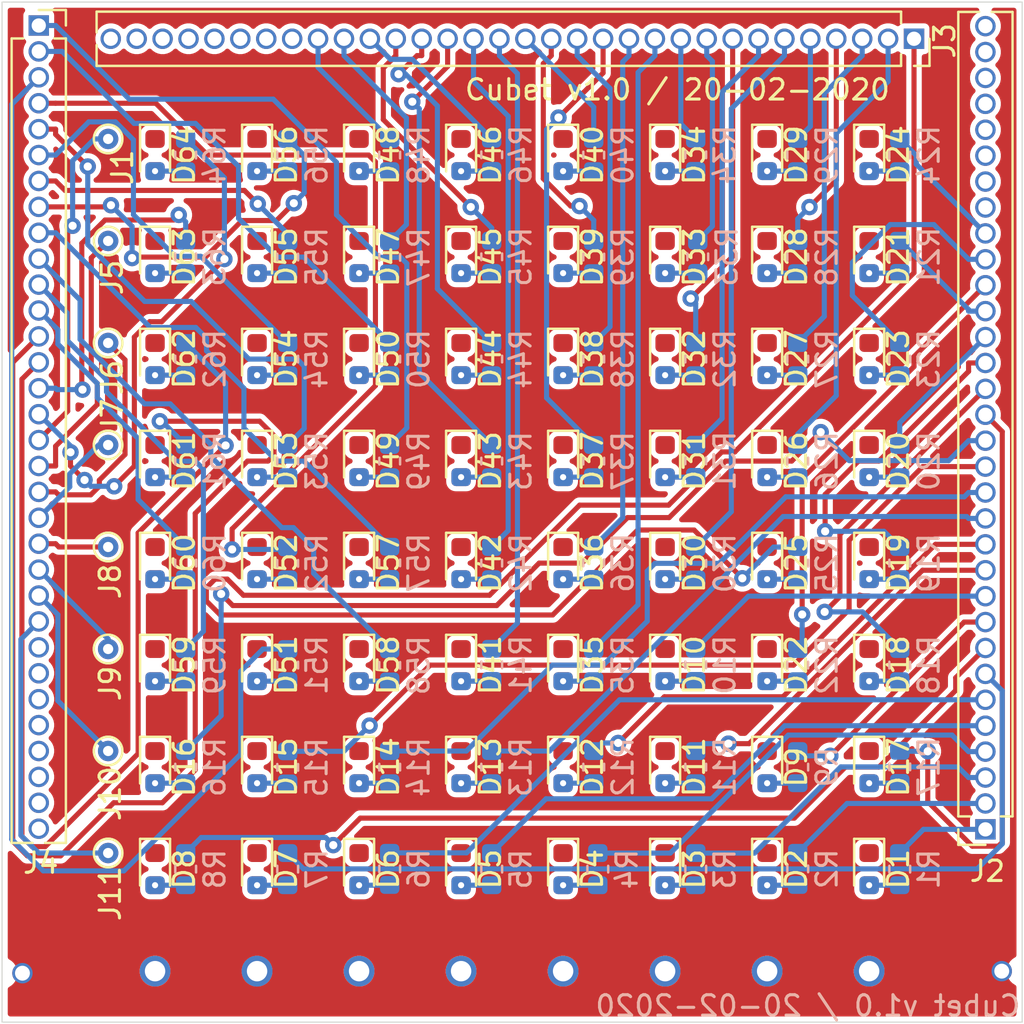
<source format=kicad_pcb>
(kicad_pcb (version 20171130) (host pcbnew 5.1.5)
  (layers (0 F.Cu signal) (31 B.Cu signal) (34 B.Paste user hide) (35 F.Paste user hide) (36 B.SilkS user) (37 F.SilkS user) (38 B.Mask user hide) (39 F.Mask user hide) (44 Edge.Cuts user hide))
  (net 0 "")
  (net 1 GND)
  (net 2 ROW_0)
  (net 3 ROW_1)
  (net 4 ROW_2)
  (net 5 ROW_3)
  (net 6 ROW_4)
  (net 7 ROW_5)
  (net 8 ROW_6)
  (net 9 ROW_7)
  (net 10 COLUMN_23)
  (net 11 COLUMN_22)
  (net 12 COLUMN_21)
  (net 13 COLUMN_20)
  (net 14 COLUMN_19)
  (net 15 COLUMN_18)
  (net 16 COLUMN_17)
  (net 17 COLUMN_16)
  (net 18 COLUMN_15)
  (net 19 COLUMN_14)
  (net 20 COLUMN_13)
  (net 21 COLUMN_12)
  (net 22 COLUMN_11)
  (net 23 COLUMN_10)
  (net 24 COLUMN_9)
  (net 25 COLUMN_8)
  (net 26 COLUMN_7)
  (net 27 COLUMN_6)
  (net 28 COLUMN_5)
  (net 29 COLUMN_4)
  (net 30 COLUMN_3)
  (net 31 COLUMN_2)
  (net 32 COLUMN_1)
  (net 33 COLUMN_0)
  (net 34 COLUMN_47)
  (net 35 COLUMN_46)
  (net 36 COLUMN_45)
  (net 37 COLUMN_44)
  (net 38 COLUMN_43)
  (net 39 COLUMN_42)
  (net 40 COLUMN_41)
  (net 41 COLUMN_40)
  (net 42 COLUMN_39)
  (net 43 COLUMN_38)
  (net 44 COLUMN_37)
  (net 45 COLUMN_36)
  (net 46 COLUMN_35)
  (net 47 COLUMN_34)
  (net 48 COLUMN_33)
  (net 49 COLUMN_32)
  (net 50 COLUMN_31)
  (net 51 COLUMN_30)
  (net 52 COLUMN_29)
  (net 53 COLUMN_28)
  (net 54 COLUMN_27)
  (net 55 COLUMN_26)
  (net 56 COLUMN_25)
  (net 57 COLUMN_24)
  (net 58 COLUMN_63)
  (net 59 COLUMN_62)
  (net 60 COLUMN_61)
  (net 61 COLUMN_60)
  (net 62 COLUMN_59)
  (net 63 COLUMN_58)
  (net 64 COLUMN_57)
  (net 65 COLUMN_56)
  (net 66 COLUMN_55)
  (net 67 COLUMN_54)
  (net 68 COLUMN_53)
  (net 69 COLUMN_52)
  (net 70 COLUMN_51)
  (net 71 COLUMN_50)
  (net 72 COLUMN_49)
  (net 73 COLUMN_48)
  (net 74 "Net-(D1-Pad2)")
  (net 75 "Net-(D2-Pad2)")
  (net 76 "Net-(D3-Pad2)")
  (net 77 "Net-(D4-Pad2)")
  (net 78 "Net-(D5-Pad2)")
  (net 79 "Net-(D6-Pad2)")
  (net 80 "Net-(D7-Pad2)")
  (net 81 "Net-(D8-Pad2)")
  (net 82 "Net-(D9-Pad2)")
  (net 83 "Net-(D10-Pad2)")
  (net 84 "Net-(D11-Pad2)")
  (net 85 "Net-(D12-Pad2)")
  (net 86 "Net-(D13-Pad2)")
  (net 87 "Net-(D14-Pad2)")
  (net 88 "Net-(D15-Pad2)")
  (net 89 "Net-(D16-Pad2)")
  (net 90 "Net-(D17-Pad2)")
  (net 91 "Net-(D18-Pad2)")
  (net 92 "Net-(D19-Pad2)")
  (net 93 "Net-(D20-Pad2)")
  (net 94 "Net-(D21-Pad2)")
  (net 95 "Net-(D22-Pad2)")
  (net 96 "Net-(D23-Pad2)")
  (net 97 "Net-(D24-Pad2)")
  (net 98 "Net-(D25-Pad2)")
  (net 99 "Net-(D26-Pad2)")
  (net 100 "Net-(D27-Pad2)")
  (net 101 "Net-(D28-Pad2)")
  (net 102 "Net-(D29-Pad2)")
  (net 103 "Net-(D30-Pad2)")
  (net 104 "Net-(D31-Pad2)")
  (net 105 "Net-(D32-Pad2)")
  (net 106 "Net-(D33-Pad2)")
  (net 107 "Net-(D34-Pad2)")
  (net 108 "Net-(D35-Pad2)")
  (net 109 "Net-(D36-Pad2)")
  (net 110 "Net-(D37-Pad2)")
  (net 111 "Net-(D38-Pad2)")
  (net 112 "Net-(D39-Pad2)")
  (net 113 "Net-(D40-Pad2)")
  (net 114 "Net-(D41-Pad2)")
  (net 115 "Net-(D42-Pad2)")
  (net 116 "Net-(D43-Pad2)")
  (net 117 "Net-(D44-Pad2)")
  (net 118 "Net-(D45-Pad2)")
  (net 119 "Net-(D46-Pad2)")
  (net 120 "Net-(D47-Pad2)")
  (net 121 "Net-(D48-Pad2)")
  (net 122 "Net-(D49-Pad2)")
  (net 123 "Net-(D50-Pad2)")
  (net 124 "Net-(D51-Pad2)")
  (net 125 "Net-(D52-Pad2)")
  (net 126 "Net-(D53-Pad2)")
  (net 127 "Net-(D54-Pad2)")
  (net 128 "Net-(D55-Pad2)")
  (net 129 "Net-(D56-Pad2)")
  (net 130 "Net-(D57-Pad2)")
  (net 131 "Net-(D58-Pad2)")
  (net 132 "Net-(D59-Pad2)")
  (net 133 "Net-(D60-Pad2)")
  (net 134 "Net-(D61-Pad2)")
  (net 135 "Net-(D62-Pad2)")
  (net 136 "Net-(D63-Pad2)")
  (net 137 "Net-(D64-Pad2)")
  (module Resistor_SMD:R_0603_1608Metric (layer B.Cu) (at 59 57.5 90)
    (fp_text reference R64 (at 0 1.43 90) (layer B.SilkS) (effects (justify mirror)))
    (fp_text value R)
    (pad 2 smd roundrect (at 0.7875 0 90) (size 0.875 0.95) (layers B.Cu B.Paste B.Mask) (net 58 COLUMN_63))
    (pad 1 smd roundrect (at -0.7875 0 90) (size 0.875 0.95) (layers B.Cu B.Paste B.Mask) (net 137 "Net-(D64-Pad2)"))
  )
  (module Resistor_SMD:R_0603_1608Metric (layer B.Cu) (at 59 62.4875 90)
    (fp_text reference R63 (at 0 1.43 90) (layer B.SilkS) (effects (justify mirror)))
    (fp_text value R)
    (pad 2 smd roundrect (at 0.7875 0 90) (size 0.875 0.95) (layers B.Cu B.Paste B.Mask) (net 59 COLUMN_62))
    (pad 1 smd roundrect (at -0.7875 0 90) (size 0.875 0.95) (layers B.Cu B.Paste B.Mask) (net 136 "Net-(D63-Pad2)"))
  )
  (module Resistor_SMD:R_0603_1608Metric (layer B.Cu) (at 59 67.5 90)
    (fp_text reference R62 (at 0 1.43 90) (layer B.SilkS) (effects (justify mirror)))
    (fp_text value R)
    (pad 2 smd roundrect (at 0.7875 0 90) (size 0.875 0.95) (layers B.Cu B.Paste B.Mask) (net 60 COLUMN_61))
    (pad 1 smd roundrect (at -0.7875 0 90) (size 0.875 0.95) (layers B.Cu B.Paste B.Mask) (net 135 "Net-(D62-Pad2)"))
  )
  (module Resistor_SMD:R_0603_1608Metric (layer B.Cu) (at 59 72.5 90)
    (fp_text reference R61 (at 0 1.43 90) (layer B.SilkS) (effects (justify mirror)))
    (fp_text value R)
    (pad 2 smd roundrect (at 0.7875 0 90) (size 0.875 0.95) (layers B.Cu B.Paste B.Mask) (net 61 COLUMN_60))
    (pad 1 smd roundrect (at -0.7875 0 90) (size 0.875 0.95) (layers B.Cu B.Paste B.Mask) (net 134 "Net-(D61-Pad2)"))
  )
  (module Resistor_SMD:R_0603_1608Metric (layer B.Cu) (at 59 77.5 90)
    (fp_text reference R60 (at 0 1.43 90) (layer B.SilkS) (effects (justify mirror)))
    (fp_text value R)
    (pad 2 smd roundrect (at 0.7875 0 90) (size 0.875 0.95) (layers B.Cu B.Paste B.Mask) (net 62 COLUMN_59))
    (pad 1 smd roundrect (at -0.7875 0 90) (size 0.875 0.95) (layers B.Cu B.Paste B.Mask) (net 133 "Net-(D60-Pad2)"))
  )
  (module Resistor_SMD:R_0603_1608Metric (layer B.Cu) (at 59 82.5 90)
    (fp_text reference R59 (at 0 1.43 90) (layer B.SilkS) (effects (justify mirror)))
    (fp_text value R)
    (pad 2 smd roundrect (at 0.7875 0 90) (size 0.875 0.95) (layers B.Cu B.Paste B.Mask) (net 63 COLUMN_58))
    (pad 1 smd roundrect (at -0.7875 0 90) (size 0.875 0.95) (layers B.Cu B.Paste B.Mask) (net 132 "Net-(D59-Pad2)"))
  )
  (module Resistor_SMD:R_0603_1608Metric (layer B.Cu) (at 69 82.5125 90)
    (fp_text reference R58 (at 0 1.43 90) (layer B.SilkS) (effects (justify mirror)))
    (fp_text value R)
    (pad 2 smd roundrect (at 0.7875 0 90) (size 0.875 0.95) (layers B.Cu B.Paste B.Mask) (net 64 COLUMN_57))
    (pad 1 smd roundrect (at -0.7875 0 90) (size 0.875 0.95) (layers B.Cu B.Paste B.Mask) (net 131 "Net-(D58-Pad2)"))
  )
  (module Resistor_SMD:R_0603_1608Metric (layer B.Cu) (at 69 77.4875 90)
    (fp_text reference R57 (at 0 1.43 90) (layer B.SilkS) (effects (justify mirror)))
    (fp_text value R)
    (pad 2 smd roundrect (at 0.7875 0 90) (size 0.875 0.95) (layers B.Cu B.Paste B.Mask) (net 65 COLUMN_56))
    (pad 1 smd roundrect (at -0.7875 0 90) (size 0.875 0.95) (layers B.Cu B.Paste B.Mask) (net 130 "Net-(D57-Pad2)"))
  )
  (module Resistor_SMD:R_0603_1608Metric (layer B.Cu) (at 64 57.5 90)
    (fp_text reference R56 (at 0 1.43 90) (layer B.SilkS) (effects (justify mirror)))
    (fp_text value R)
    (pad 2 smd roundrect (at 0.7875 0 90) (size 0.875 0.95) (layers B.Cu B.Paste B.Mask) (net 66 COLUMN_55))
    (pad 1 smd roundrect (at -0.7875 0 90) (size 0.875 0.95) (layers B.Cu B.Paste B.Mask) (net 129 "Net-(D56-Pad2)"))
  )
  (module Resistor_SMD:R_0603_1608Metric (layer B.Cu) (at 64 62.5 90)
    (fp_text reference R55 (at 0 1.43 90) (layer B.SilkS) (effects (justify mirror)))
    (fp_text value R)
    (pad 2 smd roundrect (at 0.7875 0 90) (size 0.875 0.95) (layers B.Cu B.Paste B.Mask) (net 67 COLUMN_54))
    (pad 1 smd roundrect (at -0.7875 0 90) (size 0.875 0.95) (layers B.Cu B.Paste B.Mask) (net 128 "Net-(D55-Pad2)"))
  )
  (module Resistor_SMD:R_0603_1608Metric (layer B.Cu) (at 64 67.5 90)
    (fp_text reference R54 (at 0 1.43 90) (layer B.SilkS) (effects (justify mirror)))
    (fp_text value R)
    (pad 2 smd roundrect (at 0.7875 0 90) (size 0.875 0.95) (layers B.Cu B.Paste B.Mask) (net 68 COLUMN_53))
    (pad 1 smd roundrect (at -0.7875 0 90) (size 0.875 0.95) (layers B.Cu B.Paste B.Mask) (net 127 "Net-(D54-Pad2)"))
  )
  (module Resistor_SMD:R_0603_1608Metric (layer B.Cu) (at 64 72.5 90)
    (fp_text reference R53 (at 0 1.43 90) (layer B.SilkS) (effects (justify mirror)))
    (fp_text value R)
    (pad 2 smd roundrect (at 0.7875 0 90) (size 0.875 0.95) (layers B.Cu B.Paste B.Mask) (net 69 COLUMN_52))
    (pad 1 smd roundrect (at -0.7875 0 90) (size 0.875 0.95) (layers B.Cu B.Paste B.Mask) (net 126 "Net-(D53-Pad2)"))
  )
  (module Resistor_SMD:R_0603_1608Metric (layer B.Cu) (at 64 77.5125 90)
    (fp_text reference R52 (at 0 1.43 90) (layer B.SilkS) (effects (justify mirror)))
    (fp_text value R)
    (pad 2 smd roundrect (at 0.7875 0 90) (size 0.875 0.95) (layers B.Cu B.Paste B.Mask) (net 70 COLUMN_51))
    (pad 1 smd roundrect (at -0.7875 0 90) (size 0.875 0.95) (layers B.Cu B.Paste B.Mask) (net 125 "Net-(D52-Pad2)"))
  )
  (module Resistor_SMD:R_0603_1608Metric (layer B.Cu) (at 64 82.5 90)
    (fp_text reference R51 (at 0 1.43 90) (layer B.SilkS) (effects (justify mirror)))
    (fp_text value R)
    (pad 2 smd roundrect (at 0.7875 0 90) (size 0.875 0.95) (layers B.Cu B.Paste B.Mask) (net 71 COLUMN_50))
    (pad 1 smd roundrect (at -0.7875 0 90) (size 0.875 0.95) (layers B.Cu B.Paste B.Mask) (net 124 "Net-(D51-Pad2)"))
  )
  (module Resistor_SMD:R_0603_1608Metric (layer B.Cu) (at 69 67.5 90)
    (fp_text reference R50 (at 0 1.43 90) (layer B.SilkS) (effects (justify mirror)))
    (fp_text value R)
    (pad 2 smd roundrect (at 0.7875 0 90) (size 0.875 0.95) (layers B.Cu B.Paste B.Mask) (net 72 COLUMN_49))
    (pad 1 smd roundrect (at -0.7875 0 90) (size 0.875 0.95) (layers B.Cu B.Paste B.Mask) (net 123 "Net-(D50-Pad2)"))
  )
  (module Resistor_SMD:R_0603_1608Metric (layer B.Cu) (at 69 72.5 90)
    (fp_text reference R49 (at 0 1.43 90) (layer B.SilkS) (effects (justify mirror)))
    (fp_text value R)
    (pad 2 smd roundrect (at 0.7875 0 90) (size 0.875 0.95) (layers B.Cu B.Paste B.Mask) (net 73 COLUMN_48))
    (pad 1 smd roundrect (at -0.7875 0 90) (size 0.875 0.95) (layers B.Cu B.Paste B.Mask) (net 122 "Net-(D49-Pad2)"))
  )
  (module Resistor_SMD:R_0603_1608Metric (layer B.Cu) (at 69 57.5 90)
    (fp_text reference R48 (at 0 1.43 90) (layer B.SilkS) (effects (justify mirror)))
    (fp_text value R)
    (pad 2 smd roundrect (at 0.7875 0 90) (size 0.875 0.95) (layers B.Cu B.Paste B.Mask) (net 34 COLUMN_47))
    (pad 1 smd roundrect (at -0.7875 0 90) (size 0.875 0.95) (layers B.Cu B.Paste B.Mask) (net 121 "Net-(D48-Pad2)"))
  )
  (module Resistor_SMD:R_0603_1608Metric (layer B.Cu) (at 69 62.5125 90)
    (fp_text reference R47 (at 0 1.43 90) (layer B.SilkS) (effects (justify mirror)))
    (fp_text value R)
    (pad 2 smd roundrect (at 0.7875 0 90) (size 0.875 0.95) (layers B.Cu B.Paste B.Mask) (net 35 COLUMN_46))
    (pad 1 smd roundrect (at -0.7875 0 90) (size 0.875 0.95) (layers B.Cu B.Paste B.Mask) (net 120 "Net-(D47-Pad2)"))
  )
  (module Resistor_SMD:R_0603_1608Metric (layer B.Cu) (at 74 57.4875 90)
    (fp_text reference R46 (at 0 1.43 90) (layer B.SilkS) (effects (justify mirror)))
    (fp_text value R)
    (pad 2 smd roundrect (at 0.7875 0 90) (size 0.875 0.95) (layers B.Cu B.Paste B.Mask) (net 36 COLUMN_45))
    (pad 1 smd roundrect (at -0.7875 0 90) (size 0.875 0.95) (layers B.Cu B.Paste B.Mask) (net 119 "Net-(D46-Pad2)"))
  )
  (module Resistor_SMD:R_0603_1608Metric (layer B.Cu) (at 74 62.4875 90)
    (fp_text reference R45 (at 0 1.43 90) (layer B.SilkS) (effects (justify mirror)))
    (fp_text value R)
    (pad 2 smd roundrect (at 0.7875 0 90) (size 0.875 0.95) (layers B.Cu B.Paste B.Mask) (net 37 COLUMN_44))
    (pad 1 smd roundrect (at -0.7875 0 90) (size 0.875 0.95) (layers B.Cu B.Paste B.Mask) (net 118 "Net-(D45-Pad2)"))
  )
  (module Resistor_SMD:R_0603_1608Metric (layer B.Cu) (at 74 67.5 90)
    (fp_text reference R44 (at 0 1.43 90) (layer B.SilkS) (effects (justify mirror)))
    (fp_text value R)
    (pad 2 smd roundrect (at 0.7875 0 90) (size 0.875 0.95) (layers B.Cu B.Paste B.Mask) (net 38 COLUMN_43))
    (pad 1 smd roundrect (at -0.7875 0 90) (size 0.875 0.95) (layers B.Cu B.Paste B.Mask) (net 117 "Net-(D44-Pad2)"))
  )
  (module Resistor_SMD:R_0603_1608Metric (layer B.Cu) (at 74 72.5 90)
    (fp_text reference R43 (at 0 1.43 90) (layer B.SilkS) (effects (justify mirror)))
    (fp_text value R)
    (pad 2 smd roundrect (at 0.7875 0 90) (size 0.875 0.95) (layers B.Cu B.Paste B.Mask) (net 39 COLUMN_42))
    (pad 1 smd roundrect (at -0.7875 0 90) (size 0.875 0.95) (layers B.Cu B.Paste B.Mask) (net 116 "Net-(D43-Pad2)"))
  )
  (module Resistor_SMD:R_0603_1608Metric (layer B.Cu) (at 74 77.5 90)
    (fp_text reference R42 (at 0 1.43 90) (layer B.SilkS) (effects (justify mirror)))
    (fp_text value R)
    (pad 2 smd roundrect (at 0.7875 0 90) (size 0.875 0.95) (layers B.Cu B.Paste B.Mask) (net 40 COLUMN_41))
    (pad 1 smd roundrect (at -0.7875 0 90) (size 0.875 0.95) (layers B.Cu B.Paste B.Mask) (net 115 "Net-(D42-Pad2)"))
  )
  (module Resistor_SMD:R_0603_1608Metric (layer B.Cu) (at 74 82.4875 90)
    (fp_text reference R41 (at 0 1.43 90) (layer B.SilkS) (effects (justify mirror)))
    (fp_text value R)
    (pad 2 smd roundrect (at 0.7875 0 90) (size 0.875 0.95) (layers B.Cu B.Paste B.Mask) (net 41 COLUMN_40))
    (pad 1 smd roundrect (at -0.7875 0 90) (size 0.875 0.95) (layers B.Cu B.Paste B.Mask) (net 114 "Net-(D41-Pad2)"))
  )
  (module Resistor_SMD:R_0603_1608Metric (layer B.Cu) (at 79 57.5 90)
    (fp_text reference R40 (at 0 1.43 90) (layer B.SilkS) (effects (justify mirror)))
    (fp_text value R)
    (pad 2 smd roundrect (at 0.7875 0 90) (size 0.875 0.95) (layers B.Cu B.Paste B.Mask) (net 42 COLUMN_39))
    (pad 1 smd roundrect (at -0.7875 0 90) (size 0.875 0.95) (layers B.Cu B.Paste B.Mask) (net 113 "Net-(D40-Pad2)"))
  )
  (module Resistor_SMD:R_0603_1608Metric (layer B.Cu) (at 79 62.5 90)
    (fp_text reference R39 (at 0 1.43 90) (layer B.SilkS) (effects (justify mirror)))
    (fp_text value R)
    (pad 2 smd roundrect (at 0.7875 0 90) (size 0.875 0.95) (layers B.Cu B.Paste B.Mask) (net 43 COLUMN_38))
    (pad 1 smd roundrect (at -0.7875 0 90) (size 0.875 0.95) (layers B.Cu B.Paste B.Mask) (net 112 "Net-(D39-Pad2)"))
  )
  (module Resistor_SMD:R_0603_1608Metric (layer B.Cu) (at 79 67.5 90)
    (fp_text reference R38 (at 0 1.43 90) (layer B.SilkS) (effects (justify mirror)))
    (fp_text value R)
    (pad 2 smd roundrect (at 0.7875 0 90) (size 0.875 0.95) (layers B.Cu B.Paste B.Mask) (net 44 COLUMN_37))
    (pad 1 smd roundrect (at -0.7875 0 90) (size 0.875 0.95) (layers B.Cu B.Paste B.Mask) (net 111 "Net-(D38-Pad2)"))
  )
  (module Resistor_SMD:R_0603_1608Metric (layer B.Cu) (at 79 72.5 90)
    (fp_text reference R37 (at 0 1.43 90) (layer B.SilkS) (effects (justify mirror)))
    (fp_text value R)
    (pad 2 smd roundrect (at 0.7875 0 90) (size 0.875 0.95) (layers B.Cu B.Paste B.Mask) (net 45 COLUMN_36))
    (pad 1 smd roundrect (at -0.7875 0 90) (size 0.875 0.95) (layers B.Cu B.Paste B.Mask) (net 110 "Net-(D37-Pad2)"))
  )
  (module Resistor_SMD:R_0603_1608Metric (layer B.Cu) (at 79 77.4875 90)
    (fp_text reference R36 (at 0 1.43 90) (layer B.SilkS) (effects (justify mirror)))
    (fp_text value R)
    (pad 2 smd roundrect (at 0.7875 0 90) (size 0.875 0.95) (layers B.Cu B.Paste B.Mask) (net 46 COLUMN_35))
    (pad 1 smd roundrect (at -0.7875 0 90) (size 0.875 0.95) (layers B.Cu B.Paste B.Mask) (net 109 "Net-(D36-Pad2)"))
  )
  (module Resistor_SMD:R_0603_1608Metric (layer B.Cu) (at 79 82.5 90)
    (fp_text reference R35 (at 0 1.43 90) (layer B.SilkS) (effects (justify mirror)))
    (fp_text value R)
    (pad 2 smd roundrect (at 0.7875 0 90) (size 0.875 0.95) (layers B.Cu B.Paste B.Mask) (net 47 COLUMN_34))
    (pad 1 smd roundrect (at -0.7875 0 90) (size 0.875 0.95) (layers B.Cu B.Paste B.Mask) (net 108 "Net-(D35-Pad2)"))
  )
  (module Resistor_SMD:R_0603_1608Metric (layer B.Cu) (at 84 57.4875 90)
    (fp_text reference R34 (at 0 1.43 90) (layer B.SilkS) (effects (justify mirror)))
    (fp_text value R)
    (pad 2 smd roundrect (at 0.7875 0 90) (size 0.875 0.95) (layers B.Cu B.Paste B.Mask) (net 48 COLUMN_33))
    (pad 1 smd roundrect (at -0.7875 0 90) (size 0.875 0.95) (layers B.Cu B.Paste B.Mask) (net 107 "Net-(D34-Pad2)"))
  )
  (module Resistor_SMD:R_0603_1608Metric (layer B.Cu) (at 84.1 62.4875 90)
    (fp_text reference R33 (at 0 1.43 90) (layer B.SilkS) (effects (justify mirror)))
    (fp_text value R)
    (pad 2 smd roundrect (at 0.7875 0 90) (size 0.875 0.95) (layers B.Cu B.Paste B.Mask) (net 49 COLUMN_32))
    (pad 1 smd roundrect (at -0.7875 0 90) (size 0.875 0.95) (layers B.Cu B.Paste B.Mask) (net 106 "Net-(D33-Pad2)"))
  )
  (module Resistor_SMD:R_0603_1608Metric (layer B.Cu) (at 84 67.5 90)
    (fp_text reference R32 (at 0 1.43 90) (layer B.SilkS) (effects (justify mirror)))
    (fp_text value R)
    (pad 2 smd roundrect (at 0.7875 0 90) (size 0.875 0.95) (layers B.Cu B.Paste B.Mask) (net 50 COLUMN_31))
    (pad 1 smd roundrect (at -0.7875 0 90) (size 0.875 0.95) (layers B.Cu B.Paste B.Mask) (net 105 "Net-(D32-Pad2)"))
  )
  (module Resistor_SMD:R_0603_1608Metric (layer B.Cu) (at 84 72.4875 90)
    (fp_text reference R31 (at 0 1.43 90) (layer B.SilkS) (effects (justify mirror)))
    (fp_text value R)
    (pad 2 smd roundrect (at 0.7875 0 90) (size 0.875 0.95) (layers B.Cu B.Paste B.Mask) (net 51 COLUMN_30))
    (pad 1 smd roundrect (at -0.7875 0 90) (size 0.875 0.95) (layers B.Cu B.Paste B.Mask) (net 104 "Net-(D31-Pad2)"))
  )
  (module Resistor_SMD:R_0603_1608Metric (layer B.Cu) (at 84 77.5125 90)
    (fp_text reference R30 (at 0 1.43 90) (layer B.SilkS) (effects (justify mirror)))
    (fp_text value R)
    (pad 2 smd roundrect (at 0.7875 0 90) (size 0.875 0.95) (layers B.Cu B.Paste B.Mask) (net 52 COLUMN_29))
    (pad 1 smd roundrect (at -0.7875 0 90) (size 0.875 0.95) (layers B.Cu B.Paste B.Mask) (net 103 "Net-(D30-Pad2)"))
  )
  (module Resistor_SMD:R_0603_1608Metric (layer B.Cu) (at 89 57.5 90)
    (fp_text reference R29 (at 0 1.43 90) (layer B.SilkS) (effects (justify mirror)))
    (fp_text value R)
    (pad 2 smd roundrect (at 0.7875 0 90) (size 0.875 0.95) (layers B.Cu B.Paste B.Mask) (net 53 COLUMN_28))
    (pad 1 smd roundrect (at -0.7875 0 90) (size 0.875 0.95) (layers B.Cu B.Paste B.Mask) (net 102 "Net-(D29-Pad2)"))
  )
  (module Resistor_SMD:R_0603_1608Metric (layer B.Cu) (at 89 62.5 90)
    (fp_text reference R28 (at 0 1.43 90) (layer B.SilkS) (effects (justify mirror)))
    (fp_text value R)
    (pad 2 smd roundrect (at 0.7875 0 90) (size 0.875 0.95) (layers B.Cu B.Paste B.Mask) (net 54 COLUMN_27))
    (pad 1 smd roundrect (at -0.7875 0 90) (size 0.875 0.95) (layers B.Cu B.Paste B.Mask) (net 101 "Net-(D28-Pad2)"))
  )
  (module Resistor_SMD:R_0603_1608Metric (layer B.Cu) (at 89 67.5 90)
    (fp_text reference R27 (at 0 1.43 90) (layer B.SilkS) (effects (justify mirror)))
    (fp_text value R)
    (pad 2 smd roundrect (at 0.7875 0 90) (size 0.875 0.95) (layers B.Cu B.Paste B.Mask) (net 55 COLUMN_26))
    (pad 1 smd roundrect (at -0.7875 0 90) (size 0.875 0.95) (layers B.Cu B.Paste B.Mask) (net 100 "Net-(D27-Pad2)"))
  )
  (module Resistor_SMD:R_0603_1608Metric (layer B.Cu) (at 89 72.5 90)
    (fp_text reference R26 (at 0 1.43 90) (layer B.SilkS) (effects (justify mirror)))
    (fp_text value R)
    (pad 2 smd roundrect (at 0.7875 0 90) (size 0.875 0.95) (layers B.Cu B.Paste B.Mask) (net 56 COLUMN_25))
    (pad 1 smd roundrect (at -0.7875 0 90) (size 0.875 0.95) (layers B.Cu B.Paste B.Mask) (net 99 "Net-(D26-Pad2)"))
  )
  (module Resistor_SMD:R_0603_1608Metric (layer B.Cu) (at 89 77.5 90)
    (fp_text reference R25 (at 0 1.43 90) (layer B.SilkS) (effects (justify mirror)))
    (fp_text value R)
    (pad 2 smd roundrect (at 0.7875 0 90) (size 0.875 0.95) (layers B.Cu B.Paste B.Mask) (net 57 COLUMN_24))
    (pad 1 smd roundrect (at -0.7875 0 90) (size 0.875 0.95) (layers B.Cu B.Paste B.Mask) (net 98 "Net-(D25-Pad2)"))
  )
  (module Resistor_SMD:R_0603_1608Metric (layer B.Cu) (at 94 57.5 90)
    (fp_text reference R24 (at 0 1.43 90) (layer B.SilkS) (effects (justify mirror)))
    (fp_text value R)
    (pad 2 smd roundrect (at 0.7875 0 90) (size 0.875 0.95) (layers B.Cu B.Paste B.Mask) (net 10 COLUMN_23))
    (pad 1 smd roundrect (at -0.7875 0 90) (size 0.875 0.95) (layers B.Cu B.Paste B.Mask) (net 97 "Net-(D24-Pad2)"))
  )
  (module Resistor_SMD:R_0603_1608Metric (layer B.Cu) (at 94 67.5 90)
    (fp_text reference R23 (at 0 1.43 90) (layer B.SilkS) (effects (justify mirror)))
    (fp_text value R)
    (pad 2 smd roundrect (at 0.7875 0 90) (size 0.875 0.95) (layers B.Cu B.Paste B.Mask) (net 11 COLUMN_22))
    (pad 1 smd roundrect (at -0.7875 0 90) (size 0.875 0.95) (layers B.Cu B.Paste B.Mask) (net 96 "Net-(D23-Pad2)"))
  )
  (module Resistor_SMD:R_0603_1608Metric (layer B.Cu) (at 89 82.5 90)
    (fp_text reference R22 (at 0 1.43 90) (layer B.SilkS) (effects (justify mirror)))
    (fp_text value R)
    (pad 2 smd roundrect (at 0.7875 0 90) (size 0.875 0.95) (layers B.Cu B.Paste B.Mask) (net 12 COLUMN_21))
    (pad 1 smd roundrect (at -0.7875 0 90) (size 0.875 0.95) (layers B.Cu B.Paste B.Mask) (net 95 "Net-(D22-Pad2)"))
  )
  (module Resistor_SMD:R_0603_1608Metric (layer B.Cu) (at 94 62.4875 90)
    (fp_text reference R21 (at 0 1.43 90) (layer B.SilkS) (effects (justify mirror)))
    (fp_text value R)
    (pad 2 smd roundrect (at 0.7875 0 90) (size 0.875 0.95) (layers B.Cu B.Paste B.Mask) (net 13 COLUMN_20))
    (pad 1 smd roundrect (at -0.7875 0 90) (size 0.875 0.95) (layers B.Cu B.Paste B.Mask) (net 94 "Net-(D21-Pad2)"))
  )
  (module Resistor_SMD:R_0603_1608Metric (layer B.Cu) (at 94 72.5 90)
    (fp_text reference R20 (at 0 1.43 90) (layer B.SilkS) (effects (justify mirror)))
    (fp_text value R)
    (pad 1 smd roundrect (at -0.7875 0 90) (size 0.875 0.95) (layers B.Cu B.Paste B.Mask) (net 93 "Net-(D20-Pad2)"))
    (pad 2 smd roundrect (at 0.7875 0 90) (size 0.875 0.95) (layers B.Cu B.Paste B.Mask) (net 14 COLUMN_19))
  )
  (module Resistor_SMD:R_0603_1608Metric (layer B.Cu) (at 94 77.5 90)
    (fp_text reference R19 (at 0 1.43 90) (layer B.SilkS) (effects (justify mirror)))
    (fp_text value R)
    (pad 1 smd roundrect (at -0.7875 0 90) (size 0.875 0.95) (layers B.Cu B.Paste B.Mask) (net 92 "Net-(D19-Pad2)"))
    (pad 2 smd roundrect (at 0.7875 0 90) (size 0.875 0.95) (layers B.Cu B.Paste B.Mask) (net 15 COLUMN_18))
  )
  (module Resistor_SMD:R_0603_1608Metric (layer B.Cu) (at 94 82.5 90)
    (fp_text reference R18 (at 0 1.43 90) (layer B.SilkS) (effects (justify mirror)))
    (fp_text value R)
    (pad 1 smd roundrect (at -0.7875 0 90) (size 0.875 0.95) (layers B.Cu B.Paste B.Mask) (net 91 "Net-(D18-Pad2)"))
    (pad 2 smd roundrect (at 0.7875 0 90) (size 0.875 0.95) (layers B.Cu B.Paste B.Mask) (net 16 COLUMN_17))
  )
  (module Resistor_SMD:R_0603_1608Metric (layer B.Cu) (at 94 87.4875 90)
    (fp_text reference R17 (at 0 1.43 90) (layer B.SilkS) (effects (justify mirror)))
    (fp_text value R)
    (pad 1 smd roundrect (at -0.7875 0 90) (size 0.875 0.95) (layers B.Cu B.Paste B.Mask) (net 90 "Net-(D17-Pad2)"))
    (pad 2 smd roundrect (at 0.7875 0 90) (size 0.875 0.95) (layers B.Cu B.Paste B.Mask) (net 17 COLUMN_16))
  )
  (module Resistor_SMD:R_0603_1608Metric (layer B.Cu) (at 59 87.5 90)
    (fp_text reference R16 (at 0 1.43 90) (layer B.SilkS) (effects (justify mirror)))
    (fp_text value R)
    (pad 2 smd roundrect (at 0.7875 0 90) (size 0.875 0.95) (layers B.Cu B.Paste B.Mask) (net 18 COLUMN_15))
    (pad 1 smd roundrect (at -0.7875 0 90) (size 0.875 0.95) (layers B.Cu B.Paste B.Mask) (net 89 "Net-(D16-Pad2)"))
  )
  (module Resistor_SMD:R_0603_1608Metric (layer B.Cu) (at 64 87.5125 90)
    (fp_text reference R15 (at 0 1.43 90) (layer B.SilkS) (effects (justify mirror)))
    (fp_text value R)
    (pad 2 smd roundrect (at 0.7875 0 90) (size 0.875 0.95) (layers B.Cu B.Paste B.Mask) (net 19 COLUMN_14))
    (pad 1 smd roundrect (at -0.7875 0 90) (size 0.875 0.95) (layers B.Cu B.Paste B.Mask) (net 88 "Net-(D15-Pad2)"))
  )
  (module Resistor_SMD:R_0603_1608Metric (layer B.Cu) (at 69 87.5 90)
    (fp_text reference R14 (at 0 1.43 90) (layer B.SilkS) (effects (justify mirror)))
    (fp_text value R)
    (pad 2 smd roundrect (at 0.7875 0 90) (size 0.875 0.95) (layers B.Cu B.Paste B.Mask) (net 20 COLUMN_13))
    (pad 1 smd roundrect (at -0.7875 0 90) (size 0.875 0.95) (layers B.Cu B.Paste B.Mask) (net 87 "Net-(D14-Pad2)"))
  )
  (module Resistor_SMD:R_0603_1608Metric (layer B.Cu) (at 74 87.5 90)
    (fp_text reference R13 (at 0 1.43 90) (layer B.SilkS) (effects (justify mirror)))
    (fp_text value R)
    (pad 2 smd roundrect (at 0.7875 0 90) (size 0.875 0.95) (layers B.Cu B.Paste B.Mask) (net 21 COLUMN_12))
    (pad 1 smd roundrect (at -0.7875 0 90) (size 0.875 0.95) (layers B.Cu B.Paste B.Mask) (net 86 "Net-(D13-Pad2)"))
  )
  (module Resistor_SMD:R_0603_1608Metric (layer B.Cu) (at 79 87.5 90)
    (fp_text reference R12 (at 0 1.43 90) (layer B.SilkS) (effects (justify mirror)))
    (fp_text value R)
    (pad 2 smd roundrect (at 0.7875 0 90) (size 0.875 0.95) (layers B.Cu B.Paste B.Mask) (net 22 COLUMN_11))
    (pad 1 smd roundrect (at -0.7875 0 90) (size 0.875 0.95) (layers B.Cu B.Paste B.Mask) (net 85 "Net-(D12-Pad2)"))
  )
  (module Resistor_SMD:R_0603_1608Metric (layer B.Cu) (at 84 87.5 90)
    (fp_text reference R11 (at 0 1.43 90) (layer B.SilkS) (effects (justify mirror)))
    (fp_text value R)
    (pad 2 smd roundrect (at 0.7875 0 90) (size 0.875 0.95) (layers B.Cu B.Paste B.Mask) (net 23 COLUMN_10))
    (pad 1 smd roundrect (at -0.7875 0 90) (size 0.875 0.95) (layers B.Cu B.Paste B.Mask) (net 84 "Net-(D11-Pad2)"))
  )
  (module Resistor_SMD:R_0603_1608Metric (layer B.Cu) (at 84 82.4875 90)
    (fp_text reference R10 (at 0 1.43 90) (layer B.SilkS) (effects (justify mirror)))
    (fp_text value R)
    (pad 2 smd roundrect (at 0.7875 0 90) (size 0.875 0.95) (layers B.Cu B.Paste B.Mask) (net 24 COLUMN_9))
    (pad 1 smd roundrect (at -0.7875 0 90) (size 0.875 0.95) (layers B.Cu B.Paste B.Mask) (net 83 "Net-(D10-Pad2)"))
  )
  (module Resistor_SMD:R_0603_1608Metric (layer B.Cu) (at 89 87.5 90)
    (fp_text reference R9 (at 0 1.43 90) (layer B.SilkS) (effects (justify mirror)))
    (fp_text value R)
    (pad 2 smd roundrect (at 0.7875 0 90) (size 0.875 0.95) (layers B.Cu B.Paste B.Mask) (net 25 COLUMN_8))
    (pad 1 smd roundrect (at -0.7875 0 90) (size 0.875 0.95) (layers B.Cu B.Paste B.Mask) (net 82 "Net-(D9-Pad2)"))
  )
  (module Resistor_SMD:R_0603_1608Metric (layer B.Cu) (at 59 92.5 90)
    (fp_text reference R8 (at 0 1.43 90) (layer B.SilkS) (effects (justify mirror)))
    (fp_text value R)
    (pad 2 smd roundrect (at 0.7875 0 90) (size 0.875 0.95) (layers B.Cu B.Paste B.Mask) (net 26 COLUMN_7))
    (pad 1 smd roundrect (at -0.7875 0 90) (size 0.875 0.95) (layers B.Cu B.Paste B.Mask) (net 81 "Net-(D8-Pad2)"))
  )
  (module Resistor_SMD:R_0603_1608Metric (layer B.Cu) (at 64 92.5 90)
    (fp_text reference R7 (at 0 1.43 90) (layer B.SilkS) (effects (justify mirror)))
    (fp_text value R)
    (pad 2 smd roundrect (at 0.7875 0 90) (size 0.875 0.95) (layers B.Cu B.Paste B.Mask) (net 27 COLUMN_6))
    (pad 1 smd roundrect (at -0.7875 0 90) (size 0.875 0.95) (layers B.Cu B.Paste B.Mask) (net 80 "Net-(D7-Pad2)"))
  )
  (module Resistor_SMD:R_0603_1608Metric (layer B.Cu) (at 69 92.4875 90)
    (fp_text reference R6 (at 0 1.43 90) (layer B.SilkS) (effects (justify mirror)))
    (fp_text value R)
    (pad 2 smd roundrect (at 0.7875 0 90) (size 0.875 0.95) (layers B.Cu B.Paste B.Mask) (net 28 COLUMN_5))
    (pad 1 smd roundrect (at -0.7875 0 90) (size 0.875 0.95) (layers B.Cu B.Paste B.Mask) (net 79 "Net-(D6-Pad2)"))
  )
  (module Resistor_SMD:R_0603_1608Metric (layer B.Cu) (at 74 92.5 90)
    (fp_text reference R5 (at 0 1.43 90) (layer B.SilkS) (effects (justify mirror)))
    (fp_text value R)
    (pad 2 smd roundrect (at 0.7875 0 90) (size 0.875 0.95) (layers B.Cu B.Paste B.Mask) (net 29 COLUMN_4))
    (pad 1 smd roundrect (at -0.7875 0 90) (size 0.875 0.95) (layers B.Cu B.Paste B.Mask) (net 78 "Net-(D5-Pad2)"))
  )
  (module Resistor_SMD:R_0603_1608Metric (layer B.Cu) (at 79.2 92.5 90)
    (fp_text reference R4 (at 0 1.43 90) (layer B.SilkS) (effects (justify mirror)))
    (fp_text value R)
    (pad 2 smd roundrect (at 0.7875 0 90) (size 0.875 0.95) (layers B.Cu B.Paste B.Mask) (net 30 COLUMN_3))
    (pad 1 smd roundrect (at -0.7875 0 90) (size 0.875 0.95) (layers B.Cu B.Paste B.Mask) (net 77 "Net-(D4-Pad2)"))
  )
  (module Resistor_SMD:R_0603_1608Metric (layer B.Cu) (at 84 92.5 90)
    (fp_text reference R3 (at 0 1.43 90) (layer B.SilkS) (effects (justify mirror)))
    (fp_text value R)
    (pad 2 smd roundrect (at 0.7875 0 90) (size 0.875 0.95) (layers B.Cu B.Paste B.Mask) (net 31 COLUMN_2))
    (pad 1 smd roundrect (at -0.7875 0 90) (size 0.875 0.95) (layers B.Cu B.Paste B.Mask) (net 76 "Net-(D3-Pad2)"))
  )
  (module Resistor_SMD:R_0603_1608Metric (layer B.Cu) (at 89 92.4875 90)
    (fp_text reference R2 (at 0 1.43 90) (layer B.SilkS) (effects (justify mirror)))
    (fp_text value R)
    (pad 2 smd roundrect (at 0.7875 0 90) (size 0.875 0.95) (layers B.Cu B.Paste B.Mask) (net 32 COLUMN_1))
    (pad 1 smd roundrect (at -0.7875 0 90) (size 0.875 0.95) (layers B.Cu B.Paste B.Mask) (net 75 "Net-(D2-Pad2)"))
  )
  (module Resistor_SMD:R_0603_1608Metric (layer B.Cu) (at 94 92.5 90)
    (fp_text reference R1 (at 0 1.43 90) (layer B.SilkS) (effects (justify mirror)))
    (fp_text value R)
    (pad 2 smd roundrect (at 0.7875 0 90) (size 0.875 0.95) (layers B.Cu B.Paste B.Mask) (net 33 COLUMN_0))
    (pad 1 smd roundrect (at -0.7875 0 90) (size 0.875 0.95) (layers B.Cu B.Paste B.Mask) (net 74 "Net-(D1-Pad2)"))
  )
  (module Connector_PinSocket_1.27mm:PinSocket_1x32_P1.27mm_Vertical (layer F.Cu) (at 94.7 51.8 270)
    (fp_text reference J3 (at 0.1 -1.5 270) (layer F.SilkS))
    (fp_text value Conn_01x32)
    (pad 32 thru_hole oval (at 0 39.37 270) (size 1 1) (drill 0.7) (layers *.Cu *.Mask))
    (pad 31 thru_hole oval (at 0 38.1 270) (size 1 1) (drill 0.7) (layers *.Cu *.Mask))
    (pad 30 thru_hole oval (at 0 36.83 270) (size 1 1) (drill 0.7) (layers *.Cu *.Mask))
    (pad 29 thru_hole oval (at 0 35.56 270) (size 1 1) (drill 0.7) (layers *.Cu *.Mask))
    (pad 28 thru_hole oval (at 0 34.29 270) (size 1 1) (drill 0.7) (layers *.Cu *.Mask))
    (pad 27 thru_hole oval (at 0 33.02 270) (size 1 1) (drill 0.7) (layers *.Cu *.Mask))
    (pad 26 thru_hole oval (at 0 31.75 270) (size 1 1) (drill 0.7) (layers *.Cu *.Mask))
    (pad 25 thru_hole oval (at 0 30.48 270) (size 1 1) (drill 0.7) (layers *.Cu *.Mask))
    (pad 24 thru_hole oval (at 0 29.21 270) (size 1 1) (drill 0.7) (layers *.Cu *.Mask) (net 34 COLUMN_47))
    (pad 23 thru_hole oval (at 0 27.94 270) (size 1 1) (drill 0.7) (layers *.Cu *.Mask) (net 35 COLUMN_46))
    (pad 22 thru_hole oval (at 0 26.67 270) (size 1 1) (drill 0.7) (layers *.Cu *.Mask) (net 36 COLUMN_45))
    (pad 21 thru_hole oval (at 0 25.4 270) (size 1 1) (drill 0.7) (layers *.Cu *.Mask) (net 37 COLUMN_44))
    (pad 20 thru_hole oval (at 0 24.13 270) (size 1 1) (drill 0.7) (layers *.Cu *.Mask) (net 38 COLUMN_43))
    (pad 19 thru_hole oval (at 0 22.86 270) (size 1 1) (drill 0.7) (layers *.Cu *.Mask) (net 39 COLUMN_42))
    (pad 18 thru_hole oval (at 0 21.59 270) (size 1 1) (drill 0.7) (layers *.Cu *.Mask) (net 40 COLUMN_41))
    (pad 17 thru_hole oval (at 0 20.32 270) (size 1 1) (drill 0.7) (layers *.Cu *.Mask) (net 41 COLUMN_40))
    (pad 16 thru_hole oval (at 0 19.05 270) (size 1 1) (drill 0.7) (layers *.Cu *.Mask) (net 42 COLUMN_39))
    (pad 15 thru_hole oval (at 0 17.78 270) (size 1 1) (drill 0.7) (layers *.Cu *.Mask) (net 43 COLUMN_38))
    (pad 14 thru_hole oval (at 0 16.51 270) (size 1 1) (drill 0.7) (layers *.Cu *.Mask) (net 44 COLUMN_37))
    (pad 13 thru_hole oval (at 0 15.24 270) (size 1 1) (drill 0.7) (layers *.Cu *.Mask) (net 45 COLUMN_36))
    (pad 12 thru_hole oval (at 0 13.97 270) (size 1 1) (drill 0.7) (layers *.Cu *.Mask) (net 46 COLUMN_35))
    (pad 11 thru_hole oval (at 0 12.7 270) (size 1 1) (drill 0.7) (layers *.Cu *.Mask) (net 47 COLUMN_34))
    (pad 10 thru_hole oval (at 0 11.43 270) (size 1 1) (drill 0.7) (layers *.Cu *.Mask) (net 48 COLUMN_33))
    (pad 9 thru_hole oval (at 0 10.16 270) (size 1 1) (drill 0.7) (layers *.Cu *.Mask) (net 49 COLUMN_32))
    (pad 8 thru_hole oval (at 0 8.89 270) (size 1 1) (drill 0.7) (layers *.Cu *.Mask) (net 50 COLUMN_31))
    (pad 7 thru_hole oval (at 0 7.62 270) (size 1 1) (drill 0.7) (layers *.Cu *.Mask) (net 51 COLUMN_30))
    (pad 6 thru_hole oval (at 0 6.35 270) (size 1 1) (drill 0.7) (layers *.Cu *.Mask) (net 52 COLUMN_29))
    (pad 5 thru_hole oval (at 0 5.08 270) (size 1 1) (drill 0.7) (layers *.Cu *.Mask) (net 53 COLUMN_28))
    (pad 4 thru_hole oval (at 0 3.81 270) (size 1 1) (drill 0.7) (layers *.Cu *.Mask) (net 54 COLUMN_27))
    (pad 3 thru_hole oval (at 0 2.54 270) (size 1 1) (drill 0.7) (layers *.Cu *.Mask) (net 55 COLUMN_26))
    (pad 2 thru_hole oval (at 0 1.27 270) (size 1 1) (drill 0.7) (layers *.Cu *.Mask) (net 56 COLUMN_25))
    (pad 1 thru_hole rect (at 0 0 270) (size 1 1) (drill 0.7) (layers *.Cu *.Mask) (net 57 COLUMN_24))
  )
  (module Connector_PinSocket_1.27mm:PinSocket_1x32_P1.27mm_Vertical (layer F.Cu) (at 51.8 51.15)
    (fp_text reference J4 (at 0.1 41.05) (layer F.SilkS))
    (fp_text value Conn_01x32)
    (pad 32 thru_hole oval (at 0 39.37) (size 1 1) (drill 0.7) (layers *.Cu *.Mask))
    (pad 31 thru_hole oval (at 0 38.1) (size 1 1) (drill 0.7) (layers *.Cu *.Mask))
    (pad 30 thru_hole oval (at 0 36.83) (size 1 1) (drill 0.7) (layers *.Cu *.Mask))
    (pad 29 thru_hole oval (at 0 35.56) (size 1 1) (drill 0.7) (layers *.Cu *.Mask))
    (pad 28 thru_hole oval (at 0 34.29) (size 1 1) (drill 0.7) (layers *.Cu *.Mask))
    (pad 27 thru_hole oval (at 0 33.02) (size 1 1) (drill 0.7) (layers *.Cu *.Mask))
    (pad 26 thru_hole oval (at 0 31.75) (size 1 1) (drill 0.7) (layers *.Cu *.Mask))
    (pad 25 thru_hole oval (at 0 30.48) (size 1 1) (drill 0.7) (layers *.Cu *.Mask))
    (pad 24 thru_hole oval (at 0 29.21) (size 1 1) (drill 0.7) (layers *.Cu *.Mask) (net 9 ROW_7))
    (pad 23 thru_hole oval (at 0 27.94) (size 1 1) (drill 0.7) (layers *.Cu *.Mask) (net 8 ROW_6))
    (pad 22 thru_hole oval (at 0 26.67) (size 1 1) (drill 0.7) (layers *.Cu *.Mask) (net 7 ROW_5))
    (pad 21 thru_hole oval (at 0 25.4) (size 1 1) (drill 0.7) (layers *.Cu *.Mask) (net 6 ROW_4))
    (pad 20 thru_hole oval (at 0 24.13) (size 1 1) (drill 0.7) (layers *.Cu *.Mask) (net 5 ROW_3))
    (pad 19 thru_hole oval (at 0 22.86) (size 1 1) (drill 0.7) (layers *.Cu *.Mask) (net 4 ROW_2))
    (pad 18 thru_hole oval (at 0 21.59) (size 1 1) (drill 0.7) (layers *.Cu *.Mask) (net 3 ROW_1))
    (pad 17 thru_hole oval (at 0 20.32) (size 1 1) (drill 0.7) (layers *.Cu *.Mask) (net 2 ROW_0))
    (pad 16 thru_hole oval (at 0 19.05) (size 1 1) (drill 0.7) (layers *.Cu *.Mask) (net 58 COLUMN_63))
    (pad 15 thru_hole oval (at 0 17.78) (size 1 1) (drill 0.7) (layers *.Cu *.Mask) (net 59 COLUMN_62))
    (pad 14 thru_hole oval (at 0 16.51) (size 1 1) (drill 0.7) (layers *.Cu *.Mask) (net 60 COLUMN_61))
    (pad 13 thru_hole oval (at 0 15.24) (size 1 1) (drill 0.7) (layers *.Cu *.Mask) (net 61 COLUMN_60))
    (pad 12 thru_hole oval (at 0 13.97) (size 1 1) (drill 0.7) (layers *.Cu *.Mask) (net 62 COLUMN_59))
    (pad 11 thru_hole oval (at 0 12.7) (size 1 1) (drill 0.7) (layers *.Cu *.Mask) (net 63 COLUMN_58))
    (pad 10 thru_hole oval (at 0 11.43) (size 1 1) (drill 0.7) (layers *.Cu *.Mask) (net 64 COLUMN_57))
    (pad 9 thru_hole oval (at 0 10.16) (size 1 1) (drill 0.7) (layers *.Cu *.Mask) (net 65 COLUMN_56))
    (pad 8 thru_hole oval (at 0 8.89) (size 1 1) (drill 0.7) (layers *.Cu *.Mask) (net 66 COLUMN_55))
    (pad 7 thru_hole oval (at 0 7.62) (size 1 1) (drill 0.7) (layers *.Cu *.Mask) (net 67 COLUMN_54))
    (pad 6 thru_hole oval (at 0 6.35) (size 1 1) (drill 0.7) (layers *.Cu *.Mask) (net 68 COLUMN_53))
    (pad 5 thru_hole oval (at 0 5.08) (size 1 1) (drill 0.7) (layers *.Cu *.Mask) (net 69 COLUMN_52))
    (pad 4 thru_hole oval (at 0 3.81) (size 1 1) (drill 0.7) (layers *.Cu *.Mask) (net 70 COLUMN_51))
    (pad 3 thru_hole oval (at 0 2.54) (size 1 1) (drill 0.7) (layers *.Cu *.Mask) (net 71 COLUMN_50))
    (pad 2 thru_hole oval (at 0 1.27) (size 1 1) (drill 0.7) (layers *.Cu *.Mask) (net 72 COLUMN_49))
    (pad 1 thru_hole rect (at 0 0) (size 1 1) (drill 0.7) (layers *.Cu *.Mask) (net 73 COLUMN_48))
  )
  (module myLibrary:TestPoint_THTPad_D1.0mm_Drill0.3mm (layer F.Cu) (at 55.2 91.71 270)
    (fp_text reference J11 (at 1.99 -0.1 90) (layer F.SilkS))
    (fp_text value Conn_01x01)
    (pad 1 thru_hole circle (at 0 0 270) (size 1 1) (drill 0.5) (layers *.Cu *.Mask) (net 9 ROW_7))
  )
  (module myLibrary:TestPoint_THTPad_D1.0mm_Drill0.3mm (layer F.Cu) (at 55.2 86.71 270)
    (fp_text reference J10 (at 2.09 -0.1 90) (layer F.SilkS))
    (fp_text value Conn_01x01)
    (pad 1 thru_hole circle (at 0 0 270) (size 1 1) (drill 0.5) (layers *.Cu *.Mask) (net 8 ROW_6))
  )
  (module myLibrary:TestPoint_THTPad_D1.0mm_Drill0.3mm (layer F.Cu) (at 55.2 81.71 270)
    (fp_text reference J9 (at 1.69 -0.1 90) (layer F.SilkS))
    (fp_text value Conn_01x01)
    (pad 1 thru_hole circle (at 0 0 270) (size 1 1) (drill 0.5) (layers *.Cu *.Mask) (net 7 ROW_5))
  )
  (module myLibrary:TestPoint_THTPad_D1.0mm_Drill0.3mm (layer F.Cu) (at 55.2 76.71 270)
    (fp_text reference J8 (at 1.69 -0.1 90) (layer F.SilkS))
    (fp_text value Conn_01x01)
    (pad 1 thru_hole circle (at 0 0 270) (size 1 1) (drill 0.5) (layers *.Cu *.Mask) (net 6 ROW_4))
  )
  (module myLibrary:TestPoint_THTPad_D1.0mm_Drill0.3mm (layer F.Cu) (at 55.2 71.71 270)
    (fp_text reference J7 (at -1.41 -0.2 90) (layer F.SilkS))
    (fp_text value Conn_01x01)
    (pad 1 thru_hole circle (at 0 0 270) (size 1 1) (drill 0.5) (layers *.Cu *.Mask) (net 5 ROW_3))
  )
  (module myLibrary:TestPoint_THTPad_D1.0mm_Drill0.3mm (layer F.Cu) (at 55.2 66.71 270)
    (fp_text reference J6 (at 1.69 -0.2 90) (layer F.SilkS))
    (fp_text value Conn_01x01)
    (pad 1 thru_hole circle (at 0 0 270) (size 1 1) (drill 0.5) (layers *.Cu *.Mask) (net 4 ROW_2))
  )
  (module myLibrary:TestPoint_THTPad_D1.0mm_Drill0.3mm (layer F.Cu) (at 55.2 61.71 270)
    (fp_text reference J5 (at 1.79 -0.2 90) (layer F.SilkS))
    (fp_text value Conn_01x01)
    (pad 1 thru_hole circle (at 0 0 270) (size 1 1) (drill 0.5) (layers *.Cu *.Mask) (net 3 ROW_1))
  )
  (module myLibrary:TestPoint_THTPad_D1.0mm_Drill0.3mm (layer F.Cu) (at 55.2 56.71 270)
    (fp_text reference J1 (at 1.39 -0.7 90) (layer F.SilkS))
    (fp_text value Conn_01x01)
    (pad 1 thru_hole circle (at 0 0 270) (size 1 1) (drill 0.5) (layers *.Cu *.Mask) (net 2 ROW_0))
  )
  (module myLibrary:LED_0603_03Drill (layer F.Cu) (at 57.5 57.5 270)
    (fp_text reference D64 (at 0 -1.43 90) (layer F.SilkS))
    (fp_text value LED)
    (pad 2 thru_hole roundrect (at 0.7875 0 270) (size 0.875 0.95) (drill 0.3) (layers *.Cu *.Mask) (net 137 "Net-(D64-Pad2)"))
    (pad 1 smd roundrect (at -0.7875 0 270) (size 0.875 0.95) (layers F.Cu F.Paste F.Mask))
  )
  (module myLibrary:LED_0603_03Drill (layer F.Cu) (at 57.5 62.5 270)
    (fp_text reference D63 (at 0 -1.43 90) (layer F.SilkS))
    (fp_text value LED)
    (pad 2 thru_hole roundrect (at 0.7875 0 270) (size 0.875 0.95) (drill 0.3) (layers *.Cu *.Mask) (net 136 "Net-(D63-Pad2)"))
    (pad 1 smd roundrect (at -0.7875 0 270) (size 0.875 0.95) (layers F.Cu F.Paste F.Mask))
  )
  (module myLibrary:LED_0603_03Drill (layer F.Cu) (at 57.5 67.5 270)
    (fp_text reference D62 (at 0 -1.43 90) (layer F.SilkS))
    (fp_text value LED)
    (pad 2 thru_hole roundrect (at 0.7875 0 270) (size 0.875 0.95) (drill 0.3) (layers *.Cu *.Mask) (net 135 "Net-(D62-Pad2)"))
    (pad 1 smd roundrect (at -0.7875 0 270) (size 0.875 0.95) (layers F.Cu F.Paste F.Mask))
  )
  (module myLibrary:LED_0603_03Drill (layer F.Cu) (at 57.5 72.5 270)
    (fp_text reference D61 (at 0 -1.43 90) (layer F.SilkS))
    (fp_text value LED)
    (pad 2 thru_hole roundrect (at 0.7875 0 270) (size 0.875 0.95) (drill 0.3) (layers *.Cu *.Mask) (net 134 "Net-(D61-Pad2)"))
    (pad 1 smd roundrect (at -0.7875 0 270) (size 0.875 0.95) (layers F.Cu F.Paste F.Mask))
  )
  (module myLibrary:LED_0603_03Drill (layer F.Cu) (at 57.5 77.5 270)
    (fp_text reference D60 (at 0 -1.43 90) (layer F.SilkS))
    (fp_text value LED)
    (pad 2 thru_hole roundrect (at 0.7875 0 270) (size 0.875 0.95) (drill 0.3) (layers *.Cu *.Mask) (net 133 "Net-(D60-Pad2)"))
    (pad 1 smd roundrect (at -0.7875 0 270) (size 0.875 0.95) (layers F.Cu F.Paste F.Mask))
  )
  (module myLibrary:LED_0603_03Drill (layer F.Cu) (at 57.5 82.5 270)
    (fp_text reference D59 (at 0 -1.43 90) (layer F.SilkS))
    (fp_text value LED)
    (pad 2 thru_hole roundrect (at 0.7875 0 270) (size 0.875 0.95) (drill 0.3) (layers *.Cu *.Mask) (net 132 "Net-(D59-Pad2)"))
    (pad 1 smd roundrect (at -0.7875 0 270) (size 0.875 0.95) (layers F.Cu F.Paste F.Mask))
  )
  (module myLibrary:LED_0603_03Drill (layer F.Cu) (at 67.5 82.5 270)
    (fp_text reference D58 (at 0 -1.43 90) (layer F.SilkS))
    (fp_text value LED)
    (pad 2 thru_hole roundrect (at 0.7875 0 270) (size 0.875 0.95) (drill 0.3) (layers *.Cu *.Mask) (net 131 "Net-(D58-Pad2)"))
    (pad 1 smd roundrect (at -0.7875 0 270) (size 0.875 0.95) (layers F.Cu F.Paste F.Mask))
  )
  (module myLibrary:LED_0603_03Drill (layer F.Cu) (at 67.5 77.5 270)
    (fp_text reference D57 (at 0 -1.43 90) (layer F.SilkS))
    (fp_text value LED)
    (pad 2 thru_hole roundrect (at 0.7875 0 270) (size 0.875 0.95) (drill 0.3) (layers *.Cu *.Mask) (net 130 "Net-(D57-Pad2)"))
    (pad 1 smd roundrect (at -0.7875 0 270) (size 0.875 0.95) (layers F.Cu F.Paste F.Mask))
  )
  (module myLibrary:LED_0603_03Drill (layer F.Cu) (at 62.5 57.5 270)
    (fp_text reference D56 (at 0 -1.43 90) (layer F.SilkS))
    (fp_text value LED)
    (pad 2 thru_hole roundrect (at 0.7875 0 270) (size 0.875 0.95) (drill 0.3) (layers *.Cu *.Mask) (net 129 "Net-(D56-Pad2)"))
    (pad 1 smd roundrect (at -0.7875 0 270) (size 0.875 0.95) (layers F.Cu F.Paste F.Mask))
  )
  (module myLibrary:LED_0603_03Drill (layer F.Cu) (at 62.5 62.5 270)
    (fp_text reference D55 (at 0 -1.43 90) (layer F.SilkS))
    (fp_text value LED)
    (pad 2 thru_hole roundrect (at 0.7875 0 270) (size 0.875 0.95) (drill 0.3) (layers *.Cu *.Mask) (net 128 "Net-(D55-Pad2)"))
    (pad 1 smd roundrect (at -0.7875 0 270) (size 0.875 0.95) (layers F.Cu F.Paste F.Mask))
  )
  (module myLibrary:LED_0603_03Drill (layer F.Cu) (at 62.5 67.5 270)
    (fp_text reference D54 (at 0 -1.43 90) (layer F.SilkS))
    (fp_text value LED)
    (pad 2 thru_hole roundrect (at 0.7875 0 270) (size 0.875 0.95) (drill 0.3) (layers *.Cu *.Mask) (net 127 "Net-(D54-Pad2)"))
    (pad 1 smd roundrect (at -0.7875 0 270) (size 0.875 0.95) (layers F.Cu F.Paste F.Mask))
  )
  (module myLibrary:LED_0603_03Drill (layer F.Cu) (at 62.5 72.5 270)
    (fp_text reference D53 (at 0 -1.43 90) (layer F.SilkS))
    (fp_text value LED)
    (pad 2 thru_hole roundrect (at 0.7875 0 270) (size 0.875 0.95) (drill 0.3) (layers *.Cu *.Mask) (net 126 "Net-(D53-Pad2)"))
    (pad 1 smd roundrect (at -0.7875 0 270) (size 0.875 0.95) (layers F.Cu F.Paste F.Mask))
  )
  (module myLibrary:LED_0603_03Drill (layer F.Cu) (at 62.5 77.5 270)
    (fp_text reference D52 (at 0 -1.43 90) (layer F.SilkS))
    (fp_text value LED)
    (pad 2 thru_hole roundrect (at 0.7875 0 270) (size 0.875 0.95) (drill 0.3) (layers *.Cu *.Mask) (net 125 "Net-(D52-Pad2)"))
    (pad 1 smd roundrect (at -0.7875 0 270) (size 0.875 0.95) (layers F.Cu F.Paste F.Mask))
  )
  (module myLibrary:LED_0603_03Drill (layer F.Cu) (at 62.5 82.5 270)
    (fp_text reference D51 (at 0 -1.43 90) (layer F.SilkS))
    (fp_text value LED)
    (pad 2 thru_hole roundrect (at 0.7875 0 270) (size 0.875 0.95) (drill 0.3) (layers *.Cu *.Mask) (net 124 "Net-(D51-Pad2)"))
    (pad 1 smd roundrect (at -0.7875 0 270) (size 0.875 0.95) (layers F.Cu F.Paste F.Mask))
  )
  (module myLibrary:LED_0603_03Drill (layer F.Cu) (at 67.5 67.5 270)
    (fp_text reference D50 (at 0 -1.43 90) (layer F.SilkS))
    (fp_text value LED)
    (pad 2 thru_hole roundrect (at 0.7875 0 270) (size 0.875 0.95) (drill 0.3) (layers *.Cu *.Mask) (net 123 "Net-(D50-Pad2)"))
    (pad 1 smd roundrect (at -0.7875 0 270) (size 0.875 0.95) (layers F.Cu F.Paste F.Mask))
  )
  (module myLibrary:LED_0603_03Drill (layer F.Cu) (at 67.5 72.5 270)
    (fp_text reference D49 (at 0 -1.43 90) (layer F.SilkS))
    (fp_text value LED)
    (pad 2 thru_hole roundrect (at 0.7875 0 270) (size 0.875 0.95) (drill 0.3) (layers *.Cu *.Mask) (net 122 "Net-(D49-Pad2)"))
    (pad 1 smd roundrect (at -0.7875 0 270) (size 0.875 0.95) (layers F.Cu F.Paste F.Mask))
  )
  (module myLibrary:LED_0603_03Drill (layer F.Cu) (at 67.5 57.5 270)
    (fp_text reference D48 (at 0 -1.43 90) (layer F.SilkS))
    (fp_text value LED)
    (pad 2 thru_hole roundrect (at 0.7875 0 270) (size 0.875 0.95) (drill 0.3) (layers *.Cu *.Mask) (net 121 "Net-(D48-Pad2)"))
    (pad 1 smd roundrect (at -0.7875 0 270) (size 0.875 0.95) (layers F.Cu F.Paste F.Mask))
  )
  (module myLibrary:LED_0603_03Drill (layer F.Cu) (at 67.5 62.5 270)
    (fp_text reference D47 (at 0 -1.43 90) (layer F.SilkS))
    (fp_text value LED)
    (pad 2 thru_hole roundrect (at 0.7875 0 270) (size 0.875 0.95) (drill 0.3) (layers *.Cu *.Mask) (net 120 "Net-(D47-Pad2)"))
    (pad 1 smd roundrect (at -0.7875 0 270) (size 0.875 0.95) (layers F.Cu F.Paste F.Mask))
  )
  (module myLibrary:LED_0603_03Drill (layer F.Cu) (at 72.5 57.5 270)
    (fp_text reference D46 (at 0 -1.43 90) (layer F.SilkS))
    (fp_text value LED)
    (pad 2 thru_hole roundrect (at 0.7875 0 270) (size 0.875 0.95) (drill 0.3) (layers *.Cu *.Mask) (net 119 "Net-(D46-Pad2)"))
    (pad 1 smd roundrect (at -0.7875 0 270) (size 0.875 0.95) (layers F.Cu F.Paste F.Mask))
  )
  (module myLibrary:LED_0603_03Drill (layer F.Cu) (at 72.5 62.5 270)
    (fp_text reference D45 (at 0 -1.43 90) (layer F.SilkS))
    (fp_text value LED)
    (pad 2 thru_hole roundrect (at 0.7875 0 270) (size 0.875 0.95) (drill 0.3) (layers *.Cu *.Mask) (net 118 "Net-(D45-Pad2)"))
    (pad 1 smd roundrect (at -0.7875 0 270) (size 0.875 0.95) (layers F.Cu F.Paste F.Mask))
  )
  (module myLibrary:LED_0603_03Drill (layer F.Cu) (at 72.5 67.5 270)
    (fp_text reference D44 (at 0 -1.43 90) (layer F.SilkS))
    (fp_text value LED)
    (pad 2 thru_hole roundrect (at 0.7875 0 270) (size 0.875 0.95) (drill 0.3) (layers *.Cu *.Mask) (net 117 "Net-(D44-Pad2)"))
    (pad 1 smd roundrect (at -0.7875 0 270) (size 0.875 0.95) (layers F.Cu F.Paste F.Mask))
  )
  (module myLibrary:LED_0603_03Drill (layer F.Cu) (at 72.5 72.5 270)
    (fp_text reference D43 (at 0 -1.43 90) (layer F.SilkS))
    (fp_text value LED)
    (pad 2 thru_hole roundrect (at 0.7875 0 270) (size 0.875 0.95) (drill 0.3) (layers *.Cu *.Mask) (net 116 "Net-(D43-Pad2)"))
    (pad 1 smd roundrect (at -0.7875 0 270) (size 0.875 0.95) (layers F.Cu F.Paste F.Mask))
  )
  (module myLibrary:LED_0603_03Drill (layer F.Cu) (at 72.5 77.5 270)
    (fp_text reference D42 (at 0 -1.43 90) (layer F.SilkS))
    (fp_text value LED)
    (pad 2 thru_hole roundrect (at 0.7875 0 270) (size 0.875 0.95) (drill 0.3) (layers *.Cu *.Mask) (net 115 "Net-(D42-Pad2)"))
    (pad 1 smd roundrect (at -0.7875 0 270) (size 0.875 0.95) (layers F.Cu F.Paste F.Mask))
  )
  (module myLibrary:LED_0603_03Drill (layer F.Cu) (at 72.5 82.5 270)
    (fp_text reference D41 (at 0 -1.43 90) (layer F.SilkS))
    (fp_text value LED)
    (pad 2 thru_hole roundrect (at 0.7875 0 270) (size 0.875 0.95) (drill 0.3) (layers *.Cu *.Mask) (net 114 "Net-(D41-Pad2)"))
    (pad 1 smd roundrect (at -0.7875 0 270) (size 0.875 0.95) (layers F.Cu F.Paste F.Mask))
  )
  (module myLibrary:LED_0603_03Drill (layer F.Cu) (at 77.5 57.5 270)
    (fp_text reference D40 (at 0 -1.43 90) (layer F.SilkS))
    (fp_text value LED)
    (pad 2 thru_hole roundrect (at 0.7875 0 270) (size 0.875 0.95) (drill 0.3) (layers *.Cu *.Mask) (net 113 "Net-(D40-Pad2)"))
    (pad 1 smd roundrect (at -0.7875 0 270) (size 0.875 0.95) (layers F.Cu F.Paste F.Mask))
  )
  (module myLibrary:LED_0603_03Drill (layer F.Cu) (at 77.5 62.5 270)
    (fp_text reference D39 (at 0 -1.43 90) (layer F.SilkS))
    (fp_text value LED)
    (pad 2 thru_hole roundrect (at 0.7875 0 270) (size 0.875 0.95) (drill 0.3) (layers *.Cu *.Mask) (net 112 "Net-(D39-Pad2)"))
    (pad 1 smd roundrect (at -0.7875 0 270) (size 0.875 0.95) (layers F.Cu F.Paste F.Mask))
  )
  (module myLibrary:LED_0603_03Drill (layer F.Cu) (at 77.5 67.5 270)
    (fp_text reference D38 (at 0 -1.43 90) (layer F.SilkS))
    (fp_text value LED)
    (pad 2 thru_hole roundrect (at 0.7875 0 270) (size 0.875 0.95) (drill 0.3) (layers *.Cu *.Mask) (net 111 "Net-(D38-Pad2)"))
    (pad 1 smd roundrect (at -0.7875 0 270) (size 0.875 0.95) (layers F.Cu F.Paste F.Mask))
  )
  (module myLibrary:LED_0603_03Drill (layer F.Cu) (at 77.5 72.5 270)
    (fp_text reference D37 (at 0 -1.43 90) (layer F.SilkS))
    (fp_text value LED)
    (pad 2 thru_hole roundrect (at 0.7875 0 270) (size 0.875 0.95) (drill 0.3) (layers *.Cu *.Mask) (net 110 "Net-(D37-Pad2)"))
    (pad 1 smd roundrect (at -0.7875 0 270) (size 0.875 0.95) (layers F.Cu F.Paste F.Mask))
  )
  (module myLibrary:LED_0603_03Drill (layer F.Cu) (at 77.5 77.5 270)
    (fp_text reference D36 (at 0 -1.43 90) (layer F.SilkS))
    (fp_text value LED)
    (pad 2 thru_hole roundrect (at 0.7875 0 270) (size 0.875 0.95) (drill 0.3) (layers *.Cu *.Mask) (net 109 "Net-(D36-Pad2)"))
    (pad 1 smd roundrect (at -0.7875 0 270) (size 0.875 0.95) (layers F.Cu F.Paste F.Mask))
  )
  (module myLibrary:LED_0603_03Drill (layer F.Cu) (at 77.5 82.5 270)
    (fp_text reference D35 (at 0 -1.43 90) (layer F.SilkS))
    (fp_text value LED)
    (pad 2 thru_hole roundrect (at 0.7875 0 270) (size 0.875 0.95) (drill 0.3) (layers *.Cu *.Mask) (net 108 "Net-(D35-Pad2)"))
    (pad 1 smd roundrect (at -0.7875 0 270) (size 0.875 0.95) (layers F.Cu F.Paste F.Mask))
  )
  (module myLibrary:LED_0603_03Drill (layer F.Cu) (at 82.5 57.5 270)
    (fp_text reference D34 (at 0 -1.43 90) (layer F.SilkS))
    (fp_text value LED)
    (pad 2 thru_hole roundrect (at 0.7875 0 270) (size 0.875 0.95) (drill 0.3) (layers *.Cu *.Mask) (net 107 "Net-(D34-Pad2)"))
    (pad 1 smd roundrect (at -0.7875 0 270) (size 0.875 0.95) (layers F.Cu F.Paste F.Mask))
  )
  (module myLibrary:LED_0603_03Drill (layer F.Cu) (at 82.5 62.5 270)
    (fp_text reference D33 (at 0 -1.43 90) (layer F.SilkS))
    (fp_text value LED)
    (pad 2 thru_hole roundrect (at 0.7875 0 270) (size 0.875 0.95) (drill 0.3) (layers *.Cu *.Mask) (net 106 "Net-(D33-Pad2)"))
    (pad 1 smd roundrect (at -0.7875 0 270) (size 0.875 0.95) (layers F.Cu F.Paste F.Mask))
  )
  (module myLibrary:LED_0603_03Drill (layer F.Cu) (at 82.5 67.5 270)
    (fp_text reference D32 (at 0 -1.43 90) (layer F.SilkS))
    (fp_text value LED)
    (pad 2 thru_hole roundrect (at 0.7875 0 270) (size 0.875 0.95) (drill 0.3) (layers *.Cu *.Mask) (net 105 "Net-(D32-Pad2)"))
    (pad 1 smd roundrect (at -0.7875 0 270) (size 0.875 0.95) (layers F.Cu F.Paste F.Mask))
  )
  (module myLibrary:LED_0603_03Drill (layer F.Cu) (at 82.5 72.5 270)
    (fp_text reference D31 (at 0 -1.43 90) (layer F.SilkS))
    (fp_text value LED)
    (pad 2 thru_hole roundrect (at 0.7875 0 270) (size 0.875 0.95) (drill 0.3) (layers *.Cu *.Mask) (net 104 "Net-(D31-Pad2)"))
    (pad 1 smd roundrect (at -0.7875 0 270) (size 0.875 0.95) (layers F.Cu F.Paste F.Mask))
  )
  (module myLibrary:LED_0603_03Drill (layer F.Cu) (at 82.5 77.5 270)
    (fp_text reference D30 (at 0 -1.43 90) (layer F.SilkS))
    (fp_text value LED)
    (pad 2 thru_hole roundrect (at 0.7875 0 270) (size 0.875 0.95) (drill 0.3) (layers *.Cu *.Mask) (net 103 "Net-(D30-Pad2)"))
    (pad 1 smd roundrect (at -0.7875 0 270) (size 0.875 0.95) (layers F.Cu F.Paste F.Mask))
  )
  (module myLibrary:LED_0603_03Drill (layer F.Cu) (at 87.5 57.5 270)
    (fp_text reference D29 (at 0 -1.43 90) (layer F.SilkS))
    (fp_text value LED)
    (pad 2 thru_hole roundrect (at 0.7875 0 270) (size 0.875 0.95) (drill 0.3) (layers *.Cu *.Mask) (net 102 "Net-(D29-Pad2)"))
    (pad 1 smd roundrect (at -0.7875 0 270) (size 0.875 0.95) (layers F.Cu F.Paste F.Mask))
  )
  (module myLibrary:LED_0603_03Drill (layer F.Cu) (at 87.5 62.5 270)
    (fp_text reference D28 (at 0 -1.43 90) (layer F.SilkS))
    (fp_text value LED)
    (pad 2 thru_hole roundrect (at 0.7875 0 270) (size 0.875 0.95) (drill 0.3) (layers *.Cu *.Mask) (net 101 "Net-(D28-Pad2)"))
    (pad 1 smd roundrect (at -0.7875 0 270) (size 0.875 0.95) (layers F.Cu F.Paste F.Mask))
  )
  (module myLibrary:LED_0603_03Drill (layer F.Cu) (at 87.5 67.5 270)
    (fp_text reference D27 (at 0 -1.43 90) (layer F.SilkS))
    (fp_text value LED)
    (pad 2 thru_hole roundrect (at 0.7875 0 270) (size 0.875 0.95) (drill 0.3) (layers *.Cu *.Mask) (net 100 "Net-(D27-Pad2)"))
    (pad 1 smd roundrect (at -0.7875 0 270) (size 0.875 0.95) (layers F.Cu F.Paste F.Mask))
  )
  (module myLibrary:LED_0603_03Drill (layer F.Cu) (at 87.5 72.5 270)
    (fp_text reference D26 (at 0 -1.43 90) (layer F.SilkS))
    (fp_text value LED)
    (pad 2 thru_hole roundrect (at 0.7875 0 270) (size 0.875 0.95) (drill 0.3) (layers *.Cu *.Mask) (net 99 "Net-(D26-Pad2)"))
    (pad 1 smd roundrect (at -0.7875 0 270) (size 0.875 0.95) (layers F.Cu F.Paste F.Mask))
  )
  (module myLibrary:LED_0603_03Drill (layer F.Cu) (at 87.5 77.5 270)
    (fp_text reference D25 (at 0 -1.43 90) (layer F.SilkS))
    (fp_text value LED)
    (pad 2 thru_hole roundrect (at 0.7875 0 270) (size 0.875 0.95) (drill 0.3) (layers *.Cu *.Mask) (net 98 "Net-(D25-Pad2)"))
    (pad 1 smd roundrect (at -0.7875 0 270) (size 0.875 0.95) (layers F.Cu F.Paste F.Mask))
  )
  (module myLibrary:LED_0603_03Drill (layer F.Cu) (at 92.5 57.5 270)
    (fp_text reference D24 (at 0 -1.43 90) (layer F.SilkS))
    (fp_text value LED)
    (pad 2 thru_hole roundrect (at 0.7875 0 270) (size 0.875 0.95) (drill 0.3) (layers *.Cu *.Mask) (net 97 "Net-(D24-Pad2)"))
    (pad 1 smd roundrect (at -0.7875 0 270) (size 0.875 0.95) (layers F.Cu F.Paste F.Mask))
  )
  (module myLibrary:LED_0603_03Drill (layer F.Cu) (at 92.5 67.5 270)
    (fp_text reference D23 (at 0 -1.43 90) (layer F.SilkS))
    (fp_text value LED)
    (pad 2 thru_hole roundrect (at 0.7875 0 270) (size 0.875 0.95) (drill 0.3) (layers *.Cu *.Mask) (net 96 "Net-(D23-Pad2)"))
    (pad 1 smd roundrect (at -0.7875 0 270) (size 0.875 0.95) (layers F.Cu F.Paste F.Mask))
  )
  (module myLibrary:LED_0603_03Drill (layer F.Cu) (at 87.5 82.5 270)
    (fp_text reference D22 (at 0 -1.43 90) (layer F.SilkS))
    (fp_text value LED)
    (pad 2 thru_hole roundrect (at 0.7875 0 270) (size 0.875 0.95) (drill 0.3) (layers *.Cu *.Mask) (net 95 "Net-(D22-Pad2)"))
    (pad 1 smd roundrect (at -0.7875 0 270) (size 0.875 0.95) (layers F.Cu F.Paste F.Mask))
  )
  (module myLibrary:LED_0603_03Drill (layer F.Cu) (at 92.5 62.5 270)
    (fp_text reference D21 (at 0 -1.43 90) (layer F.SilkS))
    (fp_text value LED)
    (pad 2 thru_hole roundrect (at 0.7875 0 270) (size 0.875 0.95) (drill 0.3) (layers *.Cu *.Mask) (net 94 "Net-(D21-Pad2)"))
    (pad 1 smd roundrect (at -0.7875 0 270) (size 0.875 0.95) (layers F.Cu F.Paste F.Mask))
  )
  (module myLibrary:LED_0603_03Drill (layer F.Cu) (at 92.5 72.5 270)
    (fp_text reference D20 (at 0 -1.43 90) (layer F.SilkS))
    (fp_text value LED)
    (pad 1 smd roundrect (at -0.7875 0 270) (size 0.875 0.95) (layers F.Cu F.Paste F.Mask))
    (pad 2 thru_hole roundrect (at 0.7875 0 270) (size 0.875 0.95) (drill 0.3) (layers *.Cu *.Mask) (net 93 "Net-(D20-Pad2)"))
  )
  (module myLibrary:LED_0603_03Drill (layer F.Cu) (at 92.5 77.5 270)
    (fp_text reference D19 (at 0 -1.43 90) (layer F.SilkS))
    (fp_text value LED)
    (pad 1 smd roundrect (at -0.7875 0 270) (size 0.875 0.95) (layers F.Cu F.Paste F.Mask))
    (pad 2 thru_hole roundrect (at 0.7875 0 270) (size 0.875 0.95) (drill 0.3) (layers *.Cu *.Mask) (net 92 "Net-(D19-Pad2)"))
  )
  (module myLibrary:LED_0603_03Drill (layer F.Cu) (at 92.5 82.5 270)
    (fp_text reference D18 (at 0 -1.43 90) (layer F.SilkS))
    (fp_text value LED)
    (pad 1 smd roundrect (at -0.7875 0 270) (size 0.875 0.95) (layers F.Cu F.Paste F.Mask))
    (pad 2 thru_hole roundrect (at 0.7875 0 270) (size 0.875 0.95) (drill 0.3) (layers *.Cu *.Mask) (net 91 "Net-(D18-Pad2)"))
  )
  (module myLibrary:LED_0603_03Drill (layer F.Cu) (at 92.5 87.5 270)
    (fp_text reference D17 (at 0 -1.43 90) (layer F.SilkS))
    (fp_text value LED)
    (pad 1 smd roundrect (at -0.7875 0 270) (size 0.875 0.95) (layers F.Cu F.Paste F.Mask))
    (pad 2 thru_hole roundrect (at 0.7875 0 270) (size 0.875 0.95) (drill 0.3) (layers *.Cu *.Mask) (net 90 "Net-(D17-Pad2)"))
  )
  (module myLibrary:LED_0603_03Drill (layer F.Cu) (at 57.5 87.5 270)
    (fp_text reference D16 (at 0 -1.43 90) (layer F.SilkS))
    (fp_text value LED)
    (pad 2 thru_hole roundrect (at 0.7875 0 270) (size 0.875 0.95) (drill 0.3) (layers *.Cu *.Mask) (net 89 "Net-(D16-Pad2)"))
    (pad 1 smd roundrect (at -0.7875 0 270) (size 0.875 0.95) (layers F.Cu F.Paste F.Mask))
  )
  (module myLibrary:LED_0603_03Drill (layer F.Cu) (at 62.5 87.5 270)
    (fp_text reference D15 (at 0 -1.43 90) (layer F.SilkS))
    (fp_text value LED)
    (pad 2 thru_hole roundrect (at 0.7875 0 270) (size 0.875 0.95) (drill 0.3) (layers *.Cu *.Mask) (net 88 "Net-(D15-Pad2)"))
    (pad 1 smd roundrect (at -0.7875 0 270) (size 0.875 0.95) (layers F.Cu F.Paste F.Mask))
  )
  (module myLibrary:LED_0603_03Drill (layer F.Cu) (at 67.5 87.5 270)
    (fp_text reference D14 (at 0 -1.43 90) (layer F.SilkS))
    (fp_text value LED)
    (pad 2 thru_hole roundrect (at 0.7875 0 270) (size 0.875 0.95) (drill 0.3) (layers *.Cu *.Mask) (net 87 "Net-(D14-Pad2)"))
    (pad 1 smd roundrect (at -0.7875 0 270) (size 0.875 0.95) (layers F.Cu F.Paste F.Mask))
  )
  (module myLibrary:LED_0603_03Drill (layer F.Cu) (at 72.5 87.5 270)
    (fp_text reference D13 (at 0 -1.43 90) (layer F.SilkS))
    (fp_text value LED)
    (pad 2 thru_hole roundrect (at 0.7875 0 270) (size 0.875 0.95) (drill 0.3) (layers *.Cu *.Mask) (net 86 "Net-(D13-Pad2)"))
    (pad 1 smd roundrect (at -0.7875 0 270) (size 0.875 0.95) (layers F.Cu F.Paste F.Mask))
  )
  (module myLibrary:LED_0603_03Drill (layer F.Cu) (at 77.5 87.5 270)
    (fp_text reference D12 (at 0 -1.43 90) (layer F.SilkS))
    (fp_text value LED)
    (pad 2 thru_hole roundrect (at 0.7875 0 270) (size 0.875 0.95) (drill 0.3) (layers *.Cu *.Mask) (net 85 "Net-(D12-Pad2)"))
    (pad 1 smd roundrect (at -0.7875 0 270) (size 0.875 0.95) (layers F.Cu F.Paste F.Mask))
  )
  (module myLibrary:LED_0603_03Drill (layer F.Cu) (at 82.5 87.5 270)
    (fp_text reference D11 (at 0 -1.43 90) (layer F.SilkS))
    (fp_text value LED)
    (pad 2 thru_hole roundrect (at 0.7875 0 270) (size 0.875 0.95) (drill 0.3) (layers *.Cu *.Mask) (net 84 "Net-(D11-Pad2)"))
    (pad 1 smd roundrect (at -0.7875 0 270) (size 0.875 0.95) (layers F.Cu F.Paste F.Mask))
  )
  (module myLibrary:LED_0603_03Drill (layer F.Cu) (at 82.5 82.5 270)
    (fp_text reference D10 (at 0 -1.43 90) (layer F.SilkS))
    (fp_text value LED)
    (pad 2 thru_hole roundrect (at 0.7875 0 270) (size 0.875 0.95) (drill 0.3) (layers *.Cu *.Mask) (net 83 "Net-(D10-Pad2)"))
    (pad 1 smd roundrect (at -0.7875 0 270) (size 0.875 0.95) (layers F.Cu F.Paste F.Mask))
  )
  (module myLibrary:LED_0603_03Drill (layer F.Cu) (at 87.5 87.5 270)
    (fp_text reference D9 (at 0 -1.43 90) (layer F.SilkS))
    (fp_text value LED)
    (pad 2 thru_hole roundrect (at 0.7875 0 270) (size 0.875 0.95) (drill 0.3) (layers *.Cu *.Mask) (net 82 "Net-(D9-Pad2)"))
    (pad 1 smd roundrect (at -0.7875 0 270) (size 0.875 0.95) (layers F.Cu F.Paste F.Mask))
  )
  (module myLibrary:LED_0603_03Drill (layer F.Cu) (at 57.5 92.5 270)
    (fp_text reference D8 (at 0 -1.43 90) (layer F.SilkS))
    (fp_text value LED)
    (pad 2 thru_hole roundrect (at 0.7875 0 270) (size 0.875 0.95) (drill 0.3) (layers *.Cu *.Mask) (net 81 "Net-(D8-Pad2)"))
    (pad 1 smd roundrect (at -0.7875 0 270) (size 0.875 0.95) (layers F.Cu F.Paste F.Mask))
  )
  (module myLibrary:LED_0603_03Drill (layer F.Cu) (at 62.5 92.5 270)
    (fp_text reference D7 (at 0 -1.43 90) (layer F.SilkS))
    (fp_text value LED)
    (pad 2 thru_hole roundrect (at 0.7875 0 270) (size 0.875 0.95) (drill 0.3) (layers *.Cu *.Mask) (net 80 "Net-(D7-Pad2)"))
    (pad 1 smd roundrect (at -0.7875 0 270) (size 0.875 0.95) (layers F.Cu F.Paste F.Mask))
  )
  (module myLibrary:LED_0603_03Drill (layer F.Cu) (at 67.5 92.5 270)
    (fp_text reference D6 (at 0 -1.43 90) (layer F.SilkS))
    (fp_text value LED)
    (pad 2 thru_hole roundrect (at 0.7875 0 270) (size 0.875 0.95) (drill 0.3) (layers *.Cu *.Mask) (net 79 "Net-(D6-Pad2)"))
    (pad 1 smd roundrect (at -0.7875 0 270) (size 0.875 0.95) (layers F.Cu F.Paste F.Mask))
  )
  (module myLibrary:LED_0603_03Drill (layer F.Cu) (at 72.5 92.5 270)
    (fp_text reference D5 (at 0 -1.43 90) (layer F.SilkS))
    (fp_text value LED)
    (pad 2 thru_hole roundrect (at 0.7875 0 270) (size 0.875 0.95) (drill 0.3) (layers *.Cu *.Mask) (net 78 "Net-(D5-Pad2)"))
    (pad 1 smd roundrect (at -0.7875 0 270) (size 0.875 0.95) (layers F.Cu F.Paste F.Mask))
  )
  (module myLibrary:LED_0603_03Drill (layer F.Cu) (at 77.5 92.5 270)
    (fp_text reference D4 (at 0 -1.43 90) (layer F.SilkS))
    (fp_text value LED)
    (pad 2 thru_hole roundrect (at 0.7875 0 270) (size 0.875 0.95) (drill 0.3) (layers *.Cu *.Mask) (net 77 "Net-(D4-Pad2)"))
    (pad 1 smd roundrect (at -0.7875 0 270) (size 0.875 0.95) (layers F.Cu F.Paste F.Mask))
  )
  (module myLibrary:LED_0603_03Drill (layer F.Cu) (at 82.5 92.5 270)
    (fp_text reference D3 (at 0 -1.43 90) (layer F.SilkS))
    (fp_text value LED)
    (pad 2 thru_hole roundrect (at 0.7875 0 270) (size 0.875 0.95) (drill 0.3) (layers *.Cu *.Mask) (net 76 "Net-(D3-Pad2)"))
    (pad 1 smd roundrect (at -0.7875 0 270) (size 0.875 0.95) (layers F.Cu F.Paste F.Mask))
  )
  (module myLibrary:LED_0603_03Drill (layer F.Cu) (at 87.5 92.5 270)
    (fp_text reference D2 (at 0 -1.43 90) (layer F.SilkS))
    (fp_text value LED)
    (pad 2 thru_hole roundrect (at 0.7875 0 270) (size 0.875 0.95) (drill 0.3) (layers *.Cu *.Mask) (net 75 "Net-(D2-Pad2)"))
    (pad 1 smd roundrect (at -0.7875 0 270) (size 0.875 0.95) (layers F.Cu F.Paste F.Mask))
  )
  (module myLibrary:LED_0603_03Drill (layer F.Cu) (at 92.5 92.5 270)
    (fp_text reference D1 (at 0 -1.43 90) (layer F.SilkS))
    (fp_text value LED)
    (pad 2 thru_hole roundrect (at 0.7875 0 270) (size 0.875 0.95) (drill 0.3) (layers *.Cu *.Mask) (net 74 "Net-(D1-Pad2)"))
    (pad 1 smd roundrect (at -0.7875 0 270) (size 0.875 0.95) (layers F.Cu F.Paste F.Mask))
  )
  (module Connector_PinSocket_1.27mm:PinSocket_1x32_P1.27mm_Vertical (layer F.Cu) (at 98.2 90.55 180)
    (fp_text reference J2 (at -0.1 -2.05) (layer F.SilkS))
    (fp_text value Conn_01x32)
    (pad 32 thru_hole oval (at 0 39.37 180) (size 1 1) (drill 0.7) (layers *.Cu *.Mask))
    (pad 31 thru_hole oval (at 0 38.1 180) (size 1 1) (drill 0.7) (layers *.Cu *.Mask))
    (pad 30 thru_hole oval (at 0 36.83 180) (size 1 1) (drill 0.7) (layers *.Cu *.Mask))
    (pad 29 thru_hole oval (at 0 35.56 180) (size 1 1) (drill 0.7) (layers *.Cu *.Mask))
    (pad 28 thru_hole oval (at 0 34.29 180) (size 1 1) (drill 0.7) (layers *.Cu *.Mask))
    (pad 27 thru_hole oval (at 0 33.02 180) (size 1 1) (drill 0.7) (layers *.Cu *.Mask))
    (pad 26 thru_hole oval (at 0 31.75 180) (size 1 1) (drill 0.7) (layers *.Cu *.Mask))
    (pad 25 thru_hole oval (at 0 30.48 180) (size 1 1) (drill 0.7) (layers *.Cu *.Mask))
    (pad 24 thru_hole oval (at 0 29.21 180) (size 1 1) (drill 0.7) (layers *.Cu *.Mask) (net 10 COLUMN_23))
    (pad 23 thru_hole oval (at 0 27.94 180) (size 1 1) (drill 0.7) (layers *.Cu *.Mask) (net 11 COLUMN_22))
    (pad 22 thru_hole oval (at 0 26.67 180) (size 1 1) (drill 0.7) (layers *.Cu *.Mask) (net 12 COLUMN_21))
    (pad 21 thru_hole oval (at 0 25.4 180) (size 1 1) (drill 0.7) (layers *.Cu *.Mask) (net 13 COLUMN_20))
    (pad 20 thru_hole oval (at 0 24.13 180) (size 1 1) (drill 0.7) (layers *.Cu *.Mask) (net 14 COLUMN_19))
    (pad 19 thru_hole oval (at 0 22.86 180) (size 1 1) (drill 0.7) (layers *.Cu *.Mask) (net 15 COLUMN_18))
    (pad 18 thru_hole oval (at 0 21.59 180) (size 1 1) (drill 0.7) (layers *.Cu *.Mask) (net 16 COLUMN_17))
    (pad 17 thru_hole oval (at 0 20.32 180) (size 1 1) (drill 0.7) (layers *.Cu *.Mask) (net 17 COLUMN_16))
    (pad 16 thru_hole oval (at 0 19.05 180) (size 1 1) (drill 0.7) (layers *.Cu *.Mask) (net 18 COLUMN_15))
    (pad 15 thru_hole oval (at 0 17.78 180) (size 1 1) (drill 0.7) (layers *.Cu *.Mask) (net 19 COLUMN_14))
    (pad 14 thru_hole oval (at 0 16.51 180) (size 1 1) (drill 0.7) (layers *.Cu *.Mask) (net 20 COLUMN_13))
    (pad 13 thru_hole oval (at 0 15.24 180) (size 1 1) (drill 0.7) (layers *.Cu *.Mask) (net 21 COLUMN_12))
    (pad 12 thru_hole oval (at 0 13.97 180) (size 1 1) (drill 0.7) (layers *.Cu *.Mask) (net 22 COLUMN_11))
    (pad 11 thru_hole oval (at 0 12.7 180) (size 1 1) (drill 0.7) (layers *.Cu *.Mask) (net 23 COLUMN_10))
    (pad 10 thru_hole oval (at 0 11.43 180) (size 1 1) (drill 0.7) (layers *.Cu *.Mask) (net 24 COLUMN_9))
    (pad 9 thru_hole oval (at 0 10.16 180) (size 1 1) (drill 0.7) (layers *.Cu *.Mask) (net 25 COLUMN_8))
    (pad 8 thru_hole oval (at 0 8.89 180) (size 1 1) (drill 0.7) (layers *.Cu *.Mask) (net 26 COLUMN_7))
    (pad 7 thru_hole oval (at 0 7.62 180) (size 1 1) (drill 0.7) (layers *.Cu *.Mask) (net 27 COLUMN_6))
    (pad 6 thru_hole oval (at 0 6.35 180) (size 1 1) (drill 0.7) (layers *.Cu *.Mask) (net 28 COLUMN_5))
    (pad 5 thru_hole oval (at 0 5.08 180) (size 1 1) (drill 0.7) (layers *.Cu *.Mask) (net 29 COLUMN_4))
    (pad 4 thru_hole oval (at 0 3.81 180) (size 1 1) (drill 0.7) (layers *.Cu *.Mask) (net 30 COLUMN_3))
    (pad 3 thru_hole oval (at 0 2.54 180) (size 1 1) (drill 0.7) (layers *.Cu *.Mask) (net 31 COLUMN_2))
    (pad 2 thru_hole oval (at 0 1.27 180) (size 1 1) (drill 0.7) (layers *.Cu *.Mask) (net 32 COLUMN_1))
    (pad 1 thru_hole rect (at 0 0 180) (size 1 1) (drill 0.7) (layers *.Cu *.Mask) (net 33 COLUMN_0))
  )
  (gr_text "Cubet v1.0 / 20-02-2020" (at 89.5 99.2) (layer B.SilkS) (effects (font (size 1 1)) (justify mirror)))
  (gr_text "Cubet v1.0 / 20-02-2020" (at 83.1 54.3) (layer F.SilkS) (effects (font (size 1 1))))
  (gr_line (start 100 50) (end 100 100) (layer Edge.Cuts) (width 0.05))
  (gr_line (start 50 50) (end 50 100) (layer Edge.Cuts) (width 0.05))
  (gr_line (start 100 50) (end 50 50) (layer Edge.Cuts) (width 0.05))
  (gr_line (start 50 100) (end 100 100) (layer Edge.Cuts) (width 0.05))
  (via (at 57.5 97.5) (size 1.5) (drill 1) (layers F.Cu B.Cu) (net 0))
  (via (at 62.5 97.5) (size 1.51) (drill 1) (layers F.Cu B.Cu) (net 0))
  (via (at 67.5 97.5) (size 1.5) (drill 1) (layers F.Cu B.Cu) (net 0))
  (via (at 72.5 97.5) (size 1.5) (drill 1) (layers F.Cu B.Cu) (net 0))
  (via (at 77.5 97.5) (size 1.5) (drill 1) (layers F.Cu B.Cu) (net 0))
  (via (at 82.5 97.5) (size 1.5) (drill 1) (layers F.Cu B.Cu) (net 0))
  (via (at 87.5 97.5) (size 1.5) (drill 1) (layers F.Cu B.Cu) (net 0))
  (via (at 92.5 97.5) (size 1.5) (drill 1) (layers F.Cu B.Cu) (net 0))
  (via (at 99 97.5) (size 1) (drill 0.73) (layers F.Cu B.Cu) (net 0))
  (via (at 51 97.6) (size 1) (drill 0.73) (layers F.Cu B.Cu) (net 0))
  (segment (start 55.2 56.71) (end 54.5268 56.71) (width 0.25) (layer B.Cu) (net 2))
  (segment (start 54.5268 56.71) (end 53.4594 57.7774) (width 0.25) (layer B.Cu) (net 2))
  (segment (start 53.4594 57.7774) (end 53.4594 60.9668) (width 0.25) (layer B.Cu) (net 2))
  (segment (start 53.4594 60.9668) (end 53.2191 61.2071) (width 0.25) (layer F.Cu) (net 2))
  (segment (start 53.2191 61.2071) (end 53.2191 70.0509) (width 0.25) (layer F.Cu) (net 2))
  (segment (start 53.2191 70.0509) (end 51.8 71.47) (width 0.25) (layer F.Cu) (net 2))
  (via (at 53.4594 60.9668) (size 0.8) (layers F.Cu B.Cu) (net 2))
  (segment (start 55.2 61.71) (end 54.374 62.536) (width 0.25) (layer F.Cu) (net 3))
  (segment (start 54.374 62.536) (end 54.374 68.4011) (width 0.25) (layer F.Cu) (net 3))
  (segment (start 54.374 68.4011) (end 54.6697 68.6968) (width 0.25) (layer F.Cu) (net 3))
  (segment (start 54.6697 68.6968) (end 54.6697 69.7255) (width 0.25) (layer F.Cu) (net 3))
  (segment (start 54.6697 69.7255) (end 52.6253 71.7699) (width 0.25) (layer F.Cu) (net 3))
  (segment (start 52.6253 71.7699) (end 52.6253 72.74) (width 0.25) (layer F.Cu) (net 3))
  (segment (start 51.8 72.74) (end 52.6253 72.74) (width 0.25) (layer F.Cu) (net 3))
  (segment (start 51.8 74.01) (end 52.6253 74.01) (width 0.25) (layer F.Cu) (net 4))
  (segment (start 55.2 66.71) (end 56.0284 67.5384) (width 0.25) (layer F.Cu) (net 4))
  (segment (start 56.0284 67.5384) (end 56.0284 72.1761) (width 0.25) (layer F.Cu) (net 4))
  (segment (start 56.0284 72.1761) (end 54.7697 73.4348) (width 0.25) (layer F.Cu) (net 4))
  (segment (start 54.7697 73.4348) (end 54.7697 73.7315) (width 0.25) (layer F.Cu) (net 4))
  (segment (start 54.7697 73.7315) (end 54.3477 74.1535) (width 0.25) (layer F.Cu) (net 4))
  (segment (start 54.3477 74.1535) (end 52.7688 74.1535) (width 0.25) (layer F.Cu) (net 4))
  (segment (start 52.7688 74.1535) (end 52.6253 74.01) (width 0.25) (layer F.Cu) (net 4))
  (segment (start 55.2 71.71) (end 54.7368 71.71) (width 0.25) (layer B.Cu) (net 5))
  (segment (start 54.7368 71.71) (end 53.319 73.1278) (width 0.25) (layer B.Cu) (net 5))
  (segment (start 53.319 73.1278) (end 53.319 73.761) (width 0.25) (layer B.Cu) (net 5))
  (segment (start 53.319 73.761) (end 51.8 75.28) (width 0.25) (layer B.Cu) (net 5))
  (segment (start 51.8 76.55) (end 52.6253 76.55) (width 0.25) (layer F.Cu) (net 6))
  (segment (start 55.2 76.71) (end 52.7853 76.71) (width 0.25) (layer F.Cu) (net 6))
  (segment (start 52.7853 76.71) (end 52.6253 76.55) (width 0.25) (layer F.Cu) (net 6))
  (segment (start 55.2 81.71) (end 55.2 81.22) (width 0.25) (layer B.Cu) (net 7))
  (segment (start 55.2 81.22) (end 51.8 77.82) (width 0.25) (layer B.Cu) (net 7))
  (segment (start 55.2 86.71) (end 52.7351 84.2451) (width 0.25) (layer B.Cu) (net 8))
  (segment (start 52.7351 84.2451) (end 52.7351 80.0251) (width 0.25) (layer B.Cu) (net 8))
  (segment (start 52.7351 80.0251) (end 51.8 79.09) (width 0.25) (layer B.Cu) (net 8))
  (segment (start 55.2 91.71) (end 51.7938 91.71) (width 0.25) (layer B.Cu) (net 9))
  (segment (start 51.7938 91.71) (end 50.9255 90.8417) (width 0.25) (layer B.Cu) (net 9))
  (segment (start 50.9255 90.8417) (end 50.9255 81.2345) (width 0.25) (layer B.Cu) (net 9))
  (segment (start 50.9255 81.2345) (end 51.8 80.36) (width 0.25) (layer B.Cu) (net 9))
  (segment (start 98.2 61.34) (end 94.8113 57.9513) (width 0.25) (layer B.Cu) (net 10))
  (segment (start 94.8113 57.9513) (end 94.8113 57.5238) (width 0.25) (layer B.Cu) (net 10))
  (segment (start 94.8113 57.5238) (end 94 56.7125) (width 0.25) (layer B.Cu) (net 10))
  (segment (start 98.2 62.61) (end 97.3747 62.61) (width 0.25) (layer B.Cu) (net 11))
  (segment (start 94 66.7125) (end 91.6772 64.3897) (width 0.25) (layer B.Cu) (net 11))
  (segment (start 91.6772 64.3897) (end 91.6772 62.7628) (width 0.25) (layer B.Cu) (net 11))
  (segment (start 91.6772 62.7628) (end 93.5321 60.9079) (width 0.25) (layer B.Cu) (net 11))
  (segment (start 93.5321 60.9079) (end 95.6726 60.9079) (width 0.25) (layer B.Cu) (net 11))
  (segment (start 95.6726 60.9079) (end 97.3747 62.61) (width 0.25) (layer B.Cu) (net 11))
  (segment (start 89.2179 80.0185) (end 89.2179 81.4946) (width 0.25) (layer B.Cu) (net 12))
  (segment (start 89.2179 81.4946) (end 89 81.7125) (width 0.25) (layer B.Cu) (net 12))
  (segment (start 98.2 63.88) (end 94.7 67.38) (width 0.25) (layer F.Cu) (net 12))
  (segment (start 94.7 67.38) (end 94.7 67.8678) (width 0.25) (layer F.Cu) (net 12))
  (segment (start 94.7 67.8678) (end 89.2179 73.3499) (width 0.25) (layer F.Cu) (net 12))
  (segment (start 89.2179 73.3499) (end 89.2179 80.0185) (width 0.25) (layer F.Cu) (net 12))
  (via (at 89.2179 80.0185) (size 0.8) (layers F.Cu B.Cu) (net 12))
  (segment (start 98.2 65.15) (end 97.3747 65.15) (width 0.25) (layer B.Cu) (net 13))
  (segment (start 94 61.7) (end 97.3747 65.0747) (width 0.25) (layer B.Cu) (net 13))
  (segment (start 97.3747 65.0747) (end 97.3747 65.15) (width 0.25) (layer B.Cu) (net 13))
  (segment (start 98.2 66.42) (end 94 70.62) (width 0.25) (layer B.Cu) (net 14))
  (segment (start 94 70.62) (end 94 71.7125) (width 0.25) (layer B.Cu) (net 14))
  (segment (start 98.2 67.69) (end 97.3747 67.69) (width 0.25) (layer F.Cu) (net 15))
  (segment (start 90.3428 75.9425) (end 93.23 75.9425) (width 0.25) (layer B.Cu) (net 15))
  (segment (start 93.23 75.9425) (end 94 76.7125) (width 0.25) (layer B.Cu) (net 15))
  (segment (start 97.3747 67.69) (end 97.3747 68.1026) (width 0.25) (layer F.Cu) (net 15))
  (segment (start 97.3747 68.1026) (end 92.9773 72.5) (width 0.25) (layer F.Cu) (net 15))
  (segment (start 92.9773 72.5) (end 91.9774 72.5) (width 0.25) (layer F.Cu) (net 15))
  (segment (start 91.9774 72.5) (end 90.3428 74.1346) (width 0.25) (layer F.Cu) (net 15))
  (segment (start 90.3428 74.1346) (end 90.3428 75.9425) (width 0.25) (layer F.Cu) (net 15))
  (via (at 90.3428 75.9425) (size 0.8) (layers F.Cu B.Cu) (net 15))
  (segment (start 90.3198 79.8915) (end 91.0681 79.1432) (width 0.25) (layer F.Cu) (net 16))
  (segment (start 91.0681 79.1432) (end 91.0681 76.0919) (width 0.25) (layer F.Cu) (net 16))
  (segment (start 91.0681 76.0919) (end 98.2 68.96) (width 0.25) (layer F.Cu) (net 16))
  (segment (start 90.3198 79.8915) (end 92.179 79.8915) (width 0.25) (layer B.Cu) (net 16))
  (segment (start 92.179 79.8915) (end 94 81.7125) (width 0.25) (layer B.Cu) (net 16))
  (via (at 90.3198 79.8915) (size 0.8) (layers F.Cu B.Cu) (net 16))
  (segment (start 95.3733 86.7242) (end 94.0242 86.7242) (width 0.25) (layer B.Cu) (net 17))
  (segment (start 94.0242 86.7242) (end 94 86.7) (width 0.25) (layer B.Cu) (net 17))
  (segment (start 98.2 70.23) (end 99.0254 71.0554) (width 0.25) (layer F.Cu) (net 17))
  (segment (start 99.0254 71.0554) (end 99.0254 91.1847) (width 0.25) (layer F.Cu) (net 17))
  (segment (start 99.0254 91.1847) (end 98.8347 91.3754) (width 0.25) (layer F.Cu) (net 17))
  (segment (start 98.8347 91.3754) (end 97.5571 91.3754) (width 0.25) (layer F.Cu) (net 17))
  (segment (start 97.5571 91.3754) (end 95.3733 89.1916) (width 0.25) (layer F.Cu) (net 17))
  (segment (start 95.3733 89.1916) (end 95.3733 86.7242) (width 0.25) (layer F.Cu) (net 17))
  (via (at 95.3733 86.7242) (size 0.8) (layers F.Cu B.Cu) (net 17))
  (segment (start 98.2 71.5) (end 97.3747 71.5) (width 0.25) (layer B.Cu) (net 18))
  (segment (start 60.7395 79.0106) (end 60.7395 84.973) (width 0.25) (layer B.Cu) (net 18))
  (segment (start 60.7395 84.973) (end 59 86.7125) (width 0.25) (layer B.Cu) (net 18))
  (segment (start 90.1247 71.0794) (end 88.7041 72.5) (width 0.25) (layer F.Cu) (net 18))
  (segment (start 88.7041 72.5) (end 85.4679 72.5) (width 0.25) (layer F.Cu) (net 18))
  (segment (start 85.4679 72.5) (end 82.6983 75.2696) (width 0.25) (layer F.Cu) (net 18))
  (segment (start 82.6983 75.2696) (end 80.6564 75.2696) (width 0.25) (layer F.Cu) (net 18))
  (segment (start 80.6564 75.2696) (end 78.426 77.5) (width 0.25) (layer F.Cu) (net 18))
  (segment (start 78.426 77.5) (end 76.326 77.5) (width 0.25) (layer F.Cu) (net 18))
  (segment (start 76.326 77.5) (end 74.2455 79.5805) (width 0.25) (layer F.Cu) (net 18))
  (segment (start 74.2455 79.5805) (end 61.3094 79.5805) (width 0.25) (layer F.Cu) (net 18))
  (segment (start 61.3094 79.5805) (end 60.7395 79.0106) (width 0.25) (layer F.Cu) (net 18))
  (segment (start 97.3747 71.5) (end 96.3985 72.4762) (width 0.25) (layer B.Cu) (net 18))
  (segment (start 96.3985 72.4762) (end 91.5215 72.4762) (width 0.25) (layer B.Cu) (net 18))
  (segment (start 91.5215 72.4762) (end 90.1247 71.0794) (width 0.25) (layer B.Cu) (net 18))
  (via (at 60.7395 79.0106) (size 0.8) (layers F.Cu B.Cu) (net 18))
  (via (at 90.1247 71.0794) (size 0.8) (layers F.Cu B.Cu) (net 18))
  (segment (start 68.0145 85.4639) (end 70.9784 82.5) (width 0.25) (layer F.Cu) (net 19))
  (segment (start 70.9784 82.5) (end 88.7957 82.5) (width 0.25) (layer F.Cu) (net 19))
  (segment (start 88.7957 82.5) (end 91.5185 79.7772) (width 0.25) (layer F.Cu) (net 19))
  (segment (start 91.5185 79.7772) (end 91.5185 76.3808) (width 0.25) (layer F.Cu) (net 19))
  (segment (start 91.5185 76.3808) (end 95.1293 72.77) (width 0.25) (layer F.Cu) (net 19))
  (segment (start 95.1293 72.77) (end 98.2 72.77) (width 0.25) (layer F.Cu) (net 19))
  (segment (start 64 86.725) (end 66.7534 86.725) (width 0.25) (layer B.Cu) (net 19))
  (segment (start 66.7534 86.725) (end 68.0145 85.4639) (width 0.25) (layer B.Cu) (net 19))
  (via (at 68.0145 85.4639) (size 0.8) (layers F.Cu B.Cu) (net 19))
  (segment (start 98.2 74.04) (end 97.3747 74.04) (width 0.25) (layer B.Cu) (net 20))
  (segment (start 97.3747 74.04) (end 97.1657 74.249) (width 0.25) (layer B.Cu) (net 20))
  (segment (start 97.1657 74.249) (end 88.4148 74.249) (width 0.25) (layer B.Cu) (net 20))
  (segment (start 88.4148 74.249) (end 85.1514 77.5124) (width 0.25) (layer B.Cu) (net 20))
  (segment (start 85.1514 77.5124) (end 81.9991 77.5124) (width 0.25) (layer B.Cu) (net 20))
  (segment (start 81.9991 77.5124) (end 81.6252 77.8863) (width 0.25) (layer B.Cu) (net 20))
  (segment (start 81.6252 77.8863) (end 81.6252 80.3455) (width 0.25) (layer B.Cu) (net 20))
  (segment (start 81.6252 80.3455) (end 79.4708 82.4999) (width 0.25) (layer B.Cu) (net 20))
  (segment (start 79.4708 82.4999) (end 76.968 82.4999) (width 0.25) (layer B.Cu) (net 20))
  (segment (start 76.968 82.4999) (end 72.7554 86.7125) (width 0.25) (layer B.Cu) (net 20))
  (segment (start 72.7554 86.7125) (end 69 86.7125) (width 0.25) (layer B.Cu) (net 20))
  (segment (start 97.3747 75.31) (end 97.2808 75.2161) (width 0.25) (layer B.Cu) (net 21))
  (segment (start 97.2808 75.2161) (end 88.2866 75.2161) (width 0.25) (layer B.Cu) (net 21))
  (segment (start 88.2866 75.2161) (end 85.5593 77.9434) (width 0.25) (layer B.Cu) (net 21))
  (segment (start 85.5593 77.9434) (end 85.5593 77.9852) (width 0.25) (layer B.Cu) (net 21))
  (segment (start 85.5593 77.9852) (end 76.832 86.7125) (width 0.25) (layer B.Cu) (net 21))
  (segment (start 76.832 86.7125) (end 74 86.7125) (width 0.25) (layer B.Cu) (net 21))
  (segment (start 98.2 75.31) (end 97.3747 75.31) (width 0.25) (layer B.Cu) (net 21))
  (segment (start 80.1987 86.3158) (end 79.3967 86.3158) (width 0.25) (layer B.Cu) (net 22))
  (segment (start 79.3967 86.3158) (end 79 86.7125) (width 0.25) (layer B.Cu) (net 22))
  (segment (start 98.2 76.58) (end 95.7507 76.58) (width 0.25) (layer F.Cu) (net 22))
  (segment (start 95.7507 76.58) (end 88.2795 84.0512) (width 0.25) (layer F.Cu) (net 22))
  (segment (start 88.2795 84.0512) (end 82.4633 84.0512) (width 0.25) (layer F.Cu) (net 22))
  (segment (start 82.4633 84.0512) (end 80.1987 86.3158) (width 0.25) (layer F.Cu) (net 22))
  (via (at 80.1987 86.3158) (size 0.8) (layers F.Cu B.Cu) (net 22))
  (segment (start 85.6037 86.3487) (end 84.3638 86.3487) (width 0.25) (layer B.Cu) (net 23))
  (segment (start 84.3638 86.3487) (end 84 86.7125) (width 0.25) (layer B.Cu) (net 23))
  (segment (start 98.2 77.85) (end 95.1176 77.85) (width 0.25) (layer F.Cu) (net 23))
  (segment (start 95.1176 77.85) (end 86.6189 86.3487) (width 0.25) (layer F.Cu) (net 23))
  (segment (start 86.6189 86.3487) (end 85.6037 86.3487) (width 0.25) (layer F.Cu) (net 23))
  (via (at 85.6037 86.3487) (size 0.8) (layers F.Cu B.Cu) (net 23))
  (segment (start 98.2 79.12) (end 97.3747 79.12) (width 0.25) (layer B.Cu) (net 24))
  (segment (start 97.3747 79.12) (end 86.58 79.12) (width 0.25) (layer B.Cu) (net 24))
  (segment (start 86.58 79.12) (end 84 81.7) (width 0.25) (layer B.Cu) (net 24))
  (segment (start 90.5993 86.946) (end 89.2335 86.946) (width 0.25) (layer B.Cu) (net 25))
  (segment (start 89.2335 86.946) (end 89 86.7125) (width 0.25) (layer B.Cu) (net 25))
  (segment (start 98.2 80.39) (end 97.1553 80.39) (width 0.25) (layer F.Cu) (net 25))
  (segment (start 97.1553 80.39) (end 90.5993 86.946) (width 0.25) (layer F.Cu) (net 25))
  (via (at 90.5993 86.946) (size 0.8) (layers F.Cu B.Cu) (net 25))
  (segment (start 66.2339 91.3228) (end 67.5567 90) (width 0.25) (layer F.Cu) (net 26))
  (segment (start 67.5567 90) (end 88.8317 90) (width 0.25) (layer F.Cu) (net 26))
  (segment (start 88.8317 90) (end 91.3317 87.5) (width 0.25) (layer F.Cu) (net 26))
  (segment (start 91.3317 87.5) (end 92.9796 87.5) (width 0.25) (layer F.Cu) (net 26))
  (segment (start 92.9796 87.5) (end 96.7426 83.737) (width 0.25) (layer F.Cu) (net 26))
  (segment (start 96.7426 83.737) (end 96.7426 83.1174) (width 0.25) (layer F.Cu) (net 26))
  (segment (start 96.7426 83.1174) (end 98.2 81.66) (width 0.25) (layer F.Cu) (net 26))
  (segment (start 59 91.7125) (end 59.7637 90.9488) (width 0.25) (layer B.Cu) (net 26))
  (segment (start 59.7637 90.9488) (end 65.8599 90.9488) (width 0.25) (layer B.Cu) (net 26))
  (segment (start 65.8599 90.9488) (end 66.2339 91.3228) (width 0.25) (layer B.Cu) (net 26))
  (via (at 66.2339 91.3228) (size 0.8) (layers F.Cu B.Cu) (net 26))
  (segment (start 98.2 82.93) (end 99.0254 83.7554) (width 0.25) (layer B.Cu) (net 27))
  (segment (start 99.0254 83.7554) (end 99.0254 91.2596) (width 0.25) (layer B.Cu) (net 27))
  (segment (start 99.0254 91.2596) (end 97.7975 92.4875) (width 0.25) (layer B.Cu) (net 27))
  (segment (start 97.7975 92.4875) (end 64.775 92.4875) (width 0.25) (layer B.Cu) (net 27))
  (segment (start 64.775 92.4875) (end 64 91.7125) (width 0.25) (layer B.Cu) (net 27))
  (segment (start 69 91.7) (end 72.7679 91.7) (width 0.25) (layer B.Cu) (net 28))
  (segment (start 72.7679 91.7) (end 80.2679 84.2) (width 0.25) (layer B.Cu) (net 28))
  (segment (start 80.2679 84.2) (end 98.2 84.2) (width 0.25) (layer B.Cu) (net 28))
  (segment (start 98.2 85.47) (end 88.361 85.47) (width 0.25) (layer B.Cu) (net 29))
  (segment (start 88.361 85.47) (end 84.7798 89.0512) (width 0.25) (layer B.Cu) (net 29))
  (segment (start 84.7798 89.0512) (end 76.6613 89.0512) (width 0.25) (layer B.Cu) (net 29))
  (segment (start 76.6613 89.0512) (end 74 91.7125) (width 0.25) (layer B.Cu) (net 29))
  (segment (start 98.2 86.74) (end 97.3747 86.74) (width 0.25) (layer B.Cu) (net 30))
  (segment (start 97.3747 86.74) (end 96.5638 85.9291) (width 0.25) (layer B.Cu) (net 30))
  (segment (start 96.5638 85.9291) (end 88.5388 85.9291) (width 0.25) (layer B.Cu) (net 30))
  (segment (start 88.5388 85.9291) (end 82.7554 91.7125) (width 0.25) (layer B.Cu) (net 30))
  (segment (start 82.7554 91.7125) (end 79.2 91.7125) (width 0.25) (layer B.Cu) (net 30))
  (segment (start 98.2 88.01) (end 97.3747 88.01) (width 0.25) (layer B.Cu) (net 31))
  (segment (start 84 91.7125) (end 86.8855 91.7125) (width 0.25) (layer B.Cu) (net 31))
  (segment (start 86.8855 91.7125) (end 91.1104 87.4876) (width 0.25) (layer B.Cu) (net 31))
  (segment (start 91.1104 87.4876) (end 96.8523 87.4876) (width 0.25) (layer B.Cu) (net 31))
  (segment (start 96.8523 87.4876) (end 97.3747 88.01) (width 0.25) (layer B.Cu) (net 31))
  (segment (start 89 91.7) (end 91.42 89.28) (width 0.25) (layer B.Cu) (net 32))
  (segment (start 91.42 89.28) (end 98.2 89.28) (width 0.25) (layer B.Cu) (net 32))
  (segment (start 98.2 90.55) (end 95.1625 90.55) (width 0.25) (layer B.Cu) (net 33))
  (segment (start 95.1625 90.55) (end 94 91.7125) (width 0.25) (layer B.Cu) (net 33))
  (segment (start 65.49 51.8) (end 65.49 53.2025) (width 0.25) (layer B.Cu) (net 34))
  (segment (start 65.49 53.2025) (end 69 56.7125) (width 0.25) (layer B.Cu) (net 34))
  (segment (start 66.76 51.8) (end 66.76 52.6253) (width 0.25) (layer B.Cu) (net 35))
  (segment (start 66.76 52.6253) (end 69.8203 55.6856) (width 0.25) (layer B.Cu) (net 35))
  (segment (start 69.8203 55.6856) (end 69.8203 60.9047) (width 0.25) (layer B.Cu) (net 35))
  (segment (start 69.8203 60.9047) (end 69 61.725) (width 0.25) (layer B.Cu) (net 35))
  (segment (start 74 56.7) (end 70.1082 52.8082) (width 0.25) (layer B.Cu) (net 36))
  (segment (start 70.1082 52.8082) (end 69.0382 52.8082) (width 0.25) (layer B.Cu) (net 36))
  (segment (start 69.0382 52.8082) (end 68.03 51.8) (width 0.25) (layer B.Cu) (net 36))
  (segment (start 69.3 51.8) (end 69.3 52.6253) (width 0.25) (layer F.Cu) (net 37))
  (segment (start 72.9741 60.0486) (end 74 61.0745) (width 0.25) (layer B.Cu) (net 37))
  (segment (start 74 61.0745) (end 74 61.7) (width 0.25) (layer B.Cu) (net 37))
  (segment (start 69.3 52.6253) (end 68.6867 53.2386) (width 0.25) (layer F.Cu) (net 37))
  (segment (start 68.6867 53.2386) (end 68.6867 55.7612) (width 0.25) (layer F.Cu) (net 37))
  (segment (start 68.6867 55.7612) (end 72.9741 60.0486) (width 0.25) (layer F.Cu) (net 37))
  (via (at 72.9741 60.0486) (size 0.8) (layers F.Cu B.Cu) (net 37))
  (segment (start 74 66.7125) (end 71.3387 64.0512) (width 0.25) (layer B.Cu) (net 38))
  (segment (start 71.3387 64.0512) (end 71.3387 55.0902) (width 0.25) (layer B.Cu) (net 38))
  (segment (start 71.3387 55.0902) (end 69.782 53.5335) (width 0.25) (layer B.Cu) (net 38))
  (segment (start 69.782 53.5335) (end 69.4353 53.5335) (width 0.25) (layer B.Cu) (net 38))
  (segment (start 70.57 51.8) (end 70.57 52.6253) (width 0.25) (layer F.Cu) (net 38))
  (segment (start 70.57 52.6253) (end 70.3435 52.6253) (width 0.25) (layer F.Cu) (net 38))
  (segment (start 70.3435 52.6253) (end 69.4353 53.5335) (width 0.25) (layer F.Cu) (net 38))
  (via (at 69.4353 53.5335) (size 0.8) (layers F.Cu B.Cu) (net 38))
  (segment (start 70.1086 54.8859) (end 70.4492 55.2265) (width 0.25) (layer B.Cu) (net 39))
  (segment (start 70.4492 55.2265) (end 70.4492 68.1617) (width 0.25) (layer B.Cu) (net 39))
  (segment (start 70.4492 68.1617) (end 74 71.7125) (width 0.25) (layer B.Cu) (net 39))
  (segment (start 71.84 51.8) (end 71.84 53.1545) (width 0.25) (layer F.Cu) (net 39))
  (segment (start 71.84 53.1545) (end 70.1086 54.8859) (width 0.25) (layer F.Cu) (net 39))
  (via (at 70.1086 54.8859) (size 0.8) (layers F.Cu B.Cu) (net 39))
  (segment (start 73.11 51.8) (end 73.11 53.8953) (width 0.25) (layer B.Cu) (net 40))
  (segment (start 73.11 53.8953) (end 74.8069 55.5922) (width 0.25) (layer B.Cu) (net 40))
  (segment (start 74.8069 55.5922) (end 74.8069 75.9056) (width 0.25) (layer B.Cu) (net 40))
  (segment (start 74.8069 75.9056) (end 74 76.7125) (width 0.25) (layer B.Cu) (net 40))
  (segment (start 74.38 51.8) (end 74.38 52.6253) (width 0.25) (layer B.Cu) (net 41))
  (segment (start 74.38 52.6253) (end 75.263 53.5083) (width 0.25) (layer B.Cu) (net 41))
  (segment (start 75.263 53.5083) (end 75.263 80.437) (width 0.25) (layer B.Cu) (net 41))
  (segment (start 75.263 80.437) (end 74 81.7) (width 0.25) (layer B.Cu) (net 41))
  (segment (start 79 56.7125) (end 79 55.15) (width 0.25) (layer B.Cu) (net 42))
  (segment (start 79 55.15) (end 75.65 51.8) (width 0.25) (layer B.Cu) (net 42))
  (segment (start 76.92 51.8) (end 76.92 52.6253) (width 0.25) (layer F.Cu) (net 43))
  (segment (start 78.304 60) (end 79 60.696) (width 0.25) (layer B.Cu) (net 43))
  (segment (start 79 60.696) (end 79 61.7125) (width 0.25) (layer B.Cu) (net 43))
  (segment (start 76.92 52.6253) (end 76.5297 53.0156) (width 0.25) (layer F.Cu) (net 43))
  (segment (start 76.5297 53.0156) (end 76.5297 58.6568) (width 0.25) (layer F.Cu) (net 43))
  (segment (start 76.5297 58.6568) (end 77.8729 60) (width 0.25) (layer F.Cu) (net 43))
  (segment (start 77.8729 60) (end 78.304 60) (width 0.25) (layer F.Cu) (net 43))
  (via (at 78.304 60) (size 0.8) (layers F.Cu B.Cu) (net 43))
  (segment (start 78.19 51.8) (end 78.19 52.6253) (width 0.25) (layer B.Cu) (net 44))
  (segment (start 79 66.7125) (end 79.8018 65.9107) (width 0.25) (layer B.Cu) (net 44))
  (segment (start 79.8018 65.9107) (end 79.8018 54.2371) (width 0.25) (layer B.Cu) (net 44))
  (segment (start 79.8018 54.2371) (end 78.19 52.6253) (width 0.25) (layer B.Cu) (net 44))
  (segment (start 77.2743 55.6617) (end 76.6895 56.2465) (width 0.25) (layer B.Cu) (net 45))
  (segment (start 76.6895 56.2465) (end 76.6895 69.402) (width 0.25) (layer B.Cu) (net 45))
  (segment (start 76.6895 69.402) (end 79 71.7125) (width 0.25) (layer B.Cu) (net 45))
  (segment (start 79.46 51.8) (end 79.46 53.476) (width 0.25) (layer F.Cu) (net 45))
  (segment (start 79.46 53.476) (end 77.2743 55.6617) (width 0.25) (layer F.Cu) (net 45))
  (via (at 77.2743 55.6617) (size 0.8) (layers F.Cu B.Cu) (net 45))
  (segment (start 80.73 51.8) (end 80.73 52.6253) (width 0.25) (layer B.Cu) (net 46))
  (segment (start 80.73 52.6253) (end 80.4221 52.9332) (width 0.25) (layer B.Cu) (net 46))
  (segment (start 80.4221 52.9332) (end 80.4221 75.2779) (width 0.25) (layer B.Cu) (net 46))
  (segment (start 80.4221 75.2779) (end 79 76.7) (width 0.25) (layer B.Cu) (net 46))
  (segment (start 82 51.8) (end 82 52.6253) (width 0.25) (layer B.Cu) (net 47))
  (segment (start 82 52.6253) (end 81.1747 53.4506) (width 0.25) (layer B.Cu) (net 47))
  (segment (start 81.1747 53.4506) (end 81.1747 79.5378) (width 0.25) (layer B.Cu) (net 47))
  (segment (start 81.1747 79.5378) (end 79 81.7125) (width 0.25) (layer B.Cu) (net 47))
  (segment (start 83.27 51.8) (end 83.27 55.97) (width 0.25) (layer B.Cu) (net 48))
  (segment (start 83.27 55.97) (end 84 56.7) (width 0.25) (layer B.Cu) (net 48))
  (segment (start 84.54 51.8) (end 84.54 52.6253) (width 0.25) (layer B.Cu) (net 49))
  (segment (start 84.1 61.7) (end 84.8179 60.9821) (width 0.25) (layer B.Cu) (net 49))
  (segment (start 84.8179 60.9821) (end 84.8179 52.9032) (width 0.25) (layer B.Cu) (net 49))
  (segment (start 84.8179 52.9032) (end 84.54 52.6253) (width 0.25) (layer B.Cu) (net 49))
  (segment (start 83.7518 64.531) (end 84 64.7792) (width 0.25) (layer B.Cu) (net 50))
  (segment (start 84 64.7792) (end 84 66.7125) (width 0.25) (layer B.Cu) (net 50))
  (segment (start 85.81 51.8) (end 85.81 62.4728) (width 0.25) (layer F.Cu) (net 50))
  (segment (start 85.81 62.4728) (end 83.7518 64.531) (width 0.25) (layer F.Cu) (net 50))
  (via (at 83.7518 64.531) (size 0.8) (layers F.Cu B.Cu) (net 50))
  (segment (start 87.08 51.8) (end 87.08 52.6253) (width 0.25) (layer B.Cu) (net 51))
  (segment (start 87.08 52.6253) (end 85.2934 54.4119) (width 0.25) (layer B.Cu) (net 51))
  (segment (start 85.2934 54.4119) (end 85.2934 70.4066) (width 0.25) (layer B.Cu) (net 51))
  (segment (start 85.2934 70.4066) (end 84 71.7) (width 0.25) (layer B.Cu) (net 51))
  (segment (start 88.35 51.8) (end 88.35 52.6253) (width 0.25) (layer B.Cu) (net 52))
  (segment (start 88.35 52.6253) (end 85.7438 55.2315) (width 0.25) (layer B.Cu) (net 52))
  (segment (start 85.7438 55.2315) (end 85.7438 74.9812) (width 0.25) (layer B.Cu) (net 52))
  (segment (start 85.7438 74.9812) (end 84 76.725) (width 0.25) (layer B.Cu) (net 52))
  (segment (start 89.62 51.8) (end 89.62 56.0925) (width 0.25) (layer B.Cu) (net 53))
  (segment (start 89.62 56.0925) (end 89 56.7125) (width 0.25) (layer B.Cu) (net 53))
  (segment (start 89.577 60.0486) (end 89 60.6256) (width 0.25) (layer B.Cu) (net 54))
  (segment (start 89 60.6256) (end 89 61.7125) (width 0.25) (layer B.Cu) (net 54))
  (segment (start 90.89 51.8) (end 90.89 58.7356) (width 0.25) (layer F.Cu) (net 54))
  (segment (start 90.89 58.7356) (end 89.577 60.0486) (width 0.25) (layer F.Cu) (net 54))
  (via (at 89.577 60.0486) (size 0.8) (layers F.Cu B.Cu) (net 54))
  (segment (start 92.16 51.8) (end 92.16 52.6253) (width 0.25) (layer B.Cu) (net 55))
  (segment (start 89 66.7125) (end 90.3023 65.4102) (width 0.25) (layer B.Cu) (net 55))
  (segment (start 90.3023 65.4102) (end 90.3023 54.483) (width 0.25) (layer B.Cu) (net 55))
  (segment (start 90.3023 54.483) (end 92.16 52.6253) (width 0.25) (layer B.Cu) (net 55))
  (segment (start 93.43 51.8) (end 93.43 53.8953) (width 0.25) (layer B.Cu) (net 56))
  (segment (start 93.43 53.8953) (end 90.8876 56.4377) (width 0.25) (layer B.Cu) (net 56))
  (segment (start 90.8876 56.4377) (end 90.8876 69.2908) (width 0.25) (layer B.Cu) (net 56))
  (segment (start 90.8876 69.2908) (end 89 71.1784) (width 0.25) (layer B.Cu) (net 56))
  (segment (start 89 71.1784) (end 89 71.7125) (width 0.25) (layer B.Cu) (net 56))
  (segment (start 94.7 52.6253) (end 94.7 63.268) (width 0.25) (layer F.Cu) (net 57))
  (segment (start 94.7 63.268) (end 85.9184 72.0496) (width 0.25) (layer F.Cu) (net 57))
  (segment (start 85.9184 72.0496) (end 85.9184 72.0497) (width 0.25) (layer F.Cu) (net 57))
  (segment (start 85.9184 72.0497) (end 85.2813 72.0497) (width 0.25) (layer F.Cu) (net 57))
  (segment (start 85.2813 72.0497) (end 82.6709 74.6601) (width 0.25) (layer F.Cu) (net 57))
  (segment (start 82.6709 74.6601) (end 78.3079 74.6601) (width 0.25) (layer F.Cu) (net 57))
  (segment (start 78.3079 74.6601) (end 73.8925 79.0755) (width 0.25) (layer F.Cu) (net 57))
  (segment (start 73.8925 79.0755) (end 61.8302 79.0755) (width 0.25) (layer F.Cu) (net 57))
  (segment (start 61.8302 79.0755) (end 61.04 78.2853) (width 0.25) (layer F.Cu) (net 57))
  (segment (start 61.04 78.2853) (end 60.4391 78.2853) (width 0.25) (layer F.Cu) (net 57))
  (segment (start 60.4391 78.2853) (end 60.0142 78.7102) (width 0.25) (layer F.Cu) (net 57))
  (segment (start 60.0142 78.7102) (end 60.0142 79.3577) (width 0.25) (layer F.Cu) (net 57))
  (segment (start 60.0142 79.3577) (end 60.6998 80.0433) (width 0.25) (layer F.Cu) (net 57))
  (segment (start 60.6998 80.0433) (end 76.9887 80.0433) (width 0.25) (layer F.Cu) (net 57))
  (segment (start 76.9887 80.0433) (end 81.1542 75.8778) (width 0.25) (layer F.Cu) (net 57))
  (segment (start 81.1542 75.8778) (end 83.9186 75.8778) (width 0.25) (layer F.Cu) (net 57))
  (segment (start 83.9186 75.8778) (end 86.2846 78.2438) (width 0.25) (layer F.Cu) (net 57))
  (segment (start 94.7 51.8) (end 94.7 52.6253) (width 0.25) (layer F.Cu) (net 57))
  (segment (start 86.2846 78.2438) (end 87.8159 76.7125) (width 0.25) (layer B.Cu) (net 57))
  (segment (start 87.8159 76.7125) (end 89 76.7125) (width 0.25) (layer B.Cu) (net 57))
  (via (at 86.2846 78.2438) (size 0.8) (layers F.Cu B.Cu) (net 57))
  (segment (start 60.8995 62.5975) (end 60.8995 58.612) (width 0.25) (layer B.Cu) (net 58))
  (segment (start 60.8995 58.612) (end 59 56.7125) (width 0.25) (layer B.Cu) (net 58))
  (segment (start 55.495 73.7352) (end 56.4857 72.7445) (width 0.25) (layer F.Cu) (net 58))
  (segment (start 56.4857 72.7445) (end 56.4857 66.4173) (width 0.25) (layer F.Cu) (net 58))
  (segment (start 56.4857 66.4173) (end 57.2363 65.6667) (width 0.25) (layer F.Cu) (net 58))
  (segment (start 57.2363 65.6667) (end 57.8303 65.6667) (width 0.25) (layer F.Cu) (net 58))
  (segment (start 57.8303 65.6667) (end 60.8995 62.5975) (width 0.25) (layer F.Cu) (net 58))
  (segment (start 53.3549 72.066) (end 53.3549 72.7388) (width 0.25) (layer F.Cu) (net 58))
  (segment (start 53.3549 72.7388) (end 54.0443 73.4282) (width 0.25) (layer F.Cu) (net 58))
  (segment (start 55.495 73.7352) (end 54.3513 73.7352) (width 0.25) (layer B.Cu) (net 58))
  (segment (start 54.3513 73.7352) (end 54.0443 73.4282) (width 0.25) (layer B.Cu) (net 58))
  (segment (start 51.8 70.2) (end 53.3549 71.7549) (width 0.25) (layer B.Cu) (net 58))
  (segment (start 53.3549 71.7549) (end 53.3549 72.066) (width 0.25) (layer B.Cu) (net 58))
  (via (at 60.8995 62.5975) (size 0.8) (layers F.Cu B.Cu) (net 58))
  (via (at 55.495 73.7352) (size 0.8) (layers F.Cu B.Cu) (net 58))
  (via (at 54.0443 73.4282) (size 0.8) (layers F.Cu B.Cu) (net 58))
  (via (at 53.3549 72.066) (size 0.8) (layers F.Cu B.Cu) (net 58))
  (segment (start 53.9444 68.9973) (end 53.9098 68.9627) (width 0.25) (layer F.Cu) (net 59))
  (segment (start 53.9098 68.9627) (end 53.9098 61.8238) (width 0.25) (layer F.Cu) (net 59))
  (segment (start 53.9098 61.8238) (end 55.0501 60.6835) (width 0.25) (layer F.Cu) (net 59))
  (segment (start 55.0501 60.6835) (end 58.4119 60.6835) (width 0.25) (layer F.Cu) (net 59))
  (segment (start 58.4119 60.6835) (end 58.661 60.4344) (width 0.25) (layer F.Cu) (net 59))
  (segment (start 51.8 68.93) (end 52.6253 68.93) (width 0.25) (layer B.Cu) (net 59))
  (segment (start 58.661 60.4344) (end 59 60.7734) (width 0.25) (layer B.Cu) (net 59))
  (segment (start 59 60.7734) (end 59 61.7) (width 0.25) (layer B.Cu) (net 59))
  (segment (start 52.6253 68.93) (end 52.6926 68.9973) (width 0.25) (layer B.Cu) (net 59))
  (segment (start 52.6926 68.9973) (end 53.9444 68.9973) (width 0.25) (layer B.Cu) (net 59))
  (via (at 58.661 60.4344) (size 0.8) (layers F.Cu B.Cu) (net 59))
  (via (at 53.9444 68.9973) (size 0.8) (layers F.Cu B.Cu) (net 59))
  (segment (start 60.9575 71.7341) (end 60.9575 68.67) (width 0.25) (layer B.Cu) (net 60))
  (segment (start 60.9575 68.67) (end 59 66.7125) (width 0.25) (layer B.Cu) (net 60))
  (segment (start 51.8 67.66) (end 50.9746 68.4854) (width 0.25) (layer F.Cu) (net 60))
  (segment (start 50.9746 68.4854) (end 50.9746 90.8947) (width 0.25) (layer F.Cu) (net 60))
  (segment (start 50.9746 90.8947) (end 51.4772 91.3973) (width 0.25) (layer F.Cu) (net 60))
  (segment (start 51.4772 91.3973) (end 52.1136 91.3973) (width 0.25) (layer F.Cu) (net 60))
  (segment (start 52.1136 91.3973) (end 56.6708 86.8401) (width 0.25) (layer F.Cu) (net 60))
  (segment (start 56.6708 86.8401) (end 56.6708 76.0208) (width 0.25) (layer F.Cu) (net 60))
  (segment (start 56.6708 76.0208) (end 60.9575 71.7341) (width 0.25) (layer F.Cu) (net 60))
  (via (at 60.9575 71.7341) (size 0.8) (layers F.Cu B.Cu) (net 60))
  (segment (start 57.7347 70.5465) (end 57.834 70.5465) (width 0.25) (layer B.Cu) (net 61))
  (segment (start 57.834 70.5465) (end 59 71.7125) (width 0.25) (layer B.Cu) (net 61))
  (segment (start 51.8 66.39) (end 50.5242 67.6658) (width 0.25) (layer F.Cu) (net 61))
  (segment (start 50.5242 67.6658) (end 50.5242 91.1318) (width 0.25) (layer F.Cu) (net 61))
  (segment (start 50.5242 91.1318) (end 51.2401 91.8477) (width 0.25) (layer F.Cu) (net 61))
  (segment (start 51.2401 91.8477) (end 52.8723 91.8477) (width 0.25) (layer F.Cu) (net 61))
  (segment (start 52.8723 91.8477) (end 55.4745 89.2455) (width 0.25) (layer F.Cu) (net 61))
  (segment (start 55.4745 89.2455) (end 57.8596 89.2455) (width 0.25) (layer F.Cu) (net 61))
  (segment (start 57.8596 89.2455) (end 59.4698 87.6353) (width 0.25) (layer F.Cu) (net 61))
  (segment (start 59.4698 87.6353) (end 59.4698 75.0627) (width 0.25) (layer F.Cu) (net 61))
  (segment (start 59.4698 75.0627) (end 62.0325 72.5) (width 0.25) (layer F.Cu) (net 61))
  (segment (start 62.0325 72.5) (end 63.0347 72.5) (width 0.25) (layer F.Cu) (net 61))
  (segment (start 63.0347 72.5) (end 63.3312 72.2035) (width 0.25) (layer F.Cu) (net 61))
  (segment (start 63.3312 72.2035) (end 63.3312 71.2521) (width 0.25) (layer F.Cu) (net 61))
  (segment (start 63.3312 71.2521) (end 62.6256 70.5465) (width 0.25) (layer F.Cu) (net 61))
  (segment (start 62.6256 70.5465) (end 57.7347 70.5465) (width 0.25) (layer F.Cu) (net 61))
  (via (at 57.7347 70.5465) (size 0.8) (layers F.Cu B.Cu) (net 61))
  (segment (start 59 76.7125) (end 56.6691 74.3816) (width 0.25) (layer B.Cu) (net 62))
  (segment (start 56.6691 74.3816) (end 56.6691 71.3963) (width 0.25) (layer B.Cu) (net 62))
  (segment (start 56.6691 71.3963) (end 54.6697 69.3969) (width 0.25) (layer B.Cu) (net 62))
  (segment (start 54.6697 69.3969) (end 54.6697 68.6968) (width 0.25) (layer B.Cu) (net 62))
  (segment (start 54.6697 68.6968) (end 52.7351 66.7622) (width 0.25) (layer B.Cu) (net 62))
  (segment (start 52.7351 66.7622) (end 52.7351 66.0551) (width 0.25) (layer B.Cu) (net 62))
  (segment (start 52.7351 66.0551) (end 51.8 65.12) (width 0.25) (layer B.Cu) (net 62))
  (segment (start 59 81.7125) (end 59.8691 80.8434) (width 0.25) (layer B.Cu) (net 63))
  (segment (start 59.8691 80.8434) (end 59.8691 72.8954) (width 0.25) (layer B.Cu) (net 63))
  (segment (start 59.8691 72.8954) (end 59.4817 72.508) (width 0.25) (layer B.Cu) (net 63))
  (segment (start 59.4817 72.508) (end 58.5231 72.508) (width 0.25) (layer B.Cu) (net 63))
  (segment (start 58.5231 72.508) (end 55.12 69.1049) (width 0.25) (layer B.Cu) (net 63))
  (segment (start 55.12 69.1049) (end 55.12 68.5102) (width 0.25) (layer B.Cu) (net 63))
  (segment (start 55.12 68.5102) (end 53.1855 66.5757) (width 0.25) (layer B.Cu) (net 63))
  (segment (start 53.1855 66.5757) (end 53.1855 65.2355) (width 0.25) (layer B.Cu) (net 63))
  (segment (start 53.1855 65.2355) (end 51.8 63.85) (width 0.25) (layer B.Cu) (net 63))
  (segment (start 51.8 62.58) (end 53.8244 64.6044) (width 0.25) (layer B.Cu) (net 64))
  (segment (start 53.8244 64.6044) (end 53.8244 66.5332) (width 0.25) (layer B.Cu) (net 64))
  (segment (start 53.8244 66.5332) (end 56.985 69.6938) (width 0.25) (layer B.Cu) (net 64))
  (segment (start 56.985 69.6938) (end 58.2433 69.6938) (width 0.25) (layer B.Cu) (net 64))
  (segment (start 58.2433 69.6938) (end 60.2322 71.6827) (width 0.25) (layer B.Cu) (net 64))
  (segment (start 60.2322 71.6827) (end 60.2322 72.2796) (width 0.25) (layer B.Cu) (net 64))
  (segment (start 60.2322 72.2796) (end 63.7133 75.7607) (width 0.25) (layer B.Cu) (net 64))
  (segment (start 63.7133 75.7607) (end 64.2844 75.7607) (width 0.25) (layer B.Cu) (net 64))
  (segment (start 64.2844 75.7607) (end 65.2735 76.7498) (width 0.25) (layer B.Cu) (net 64))
  (segment (start 65.2735 76.7498) (end 65.2735 77.9985) (width 0.25) (layer B.Cu) (net 64))
  (segment (start 65.2735 77.9985) (end 69 81.725) (width 0.25) (layer B.Cu) (net 64))
  (segment (start 69 76.7) (end 64.8 72.5) (width 0.25) (layer B.Cu) (net 65))
  (segment (start 64.8 72.5) (end 63.4731 72.5) (width 0.25) (layer B.Cu) (net 65))
  (segment (start 63.4731 72.5) (end 61.8566 70.8835) (width 0.25) (layer B.Cu) (net 65))
  (segment (start 61.8566 70.8835) (end 61.8566 68.9322) (width 0.25) (layer B.Cu) (net 65))
  (segment (start 61.8566 68.9322) (end 60.0217 67.0973) (width 0.25) (layer B.Cu) (net 65))
  (segment (start 60.0217 67.0973) (end 60.0217 66.4762) (width 0.25) (layer B.Cu) (net 65))
  (segment (start 60.0217 66.4762) (end 59.4944 65.9489) (width 0.25) (layer B.Cu) (net 65))
  (segment (start 59.4944 65.9489) (end 57.2642 65.9489) (width 0.25) (layer B.Cu) (net 65))
  (segment (start 57.2642 65.9489) (end 52.6253 61.31) (width 0.25) (layer B.Cu) (net 65))
  (segment (start 51.8 61.31) (end 52.6253 61.31) (width 0.25) (layer B.Cu) (net 65))
  (segment (start 64.301 59.8601) (end 63.4519 60.7092) (width 0.25) (layer F.Cu) (net 66))
  (segment (start 63.4519 60.7092) (end 61.7621 60.7092) (width 0.25) (layer F.Cu) (net 66))
  (segment (start 61.7621 60.7092) (end 59.9713 62.5) (width 0.25) (layer F.Cu) (net 66))
  (segment (start 59.9713 62.5) (end 56.4232 62.5) (width 0.25) (layer F.Cu) (net 66))
  (segment (start 56.4232 62.5) (end 56.3745 62.5487) (width 0.25) (layer F.Cu) (net 66))
  (segment (start 64.301 59.8601) (end 64.8113 59.3498) (width 0.25) (layer B.Cu) (net 66))
  (segment (start 64.8113 59.3498) (end 64.8113 57.5238) (width 0.25) (layer B.Cu) (net 66))
  (segment (start 64.8113 57.5238) (end 64 56.7125) (width 0.25) (layer B.Cu) (net 66))
  (segment (start 55.3389 59.9582) (end 55.3389 59.9587) (width 0.25) (layer B.Cu) (net 66))
  (segment (start 55.3389 59.9587) (end 56.3745 60.9943) (width 0.25) (layer B.Cu) (net 66))
  (segment (start 56.3745 60.9943) (end 56.3745 62.5487) (width 0.25) (layer B.Cu) (net 66))
  (segment (start 51.8 60.04) (end 55.2571 60.04) (width 0.25) (layer F.Cu) (net 66))
  (segment (start 55.2571 60.04) (end 55.3389 59.9582) (width 0.25) (layer F.Cu) (net 66))
  (via (at 64.301 59.8601) (size 0.8) (layers F.Cu B.Cu) (net 66))
  (via (at 56.3745 62.5487) (size 0.8) (layers F.Cu B.Cu) (net 66))
  (via (at 55.3389 59.9582) (size 0.8) (layers F.Cu B.Cu) (net 66))
  (segment (start 62.5349 59.8912) (end 61.8766 59.2329) (width 0.25) (layer F.Cu) (net 67))
  (segment (start 61.8766 59.2329) (end 53.0882 59.2329) (width 0.25) (layer F.Cu) (net 67))
  (segment (start 53.0882 59.2329) (end 52.6253 58.77) (width 0.25) (layer F.Cu) (net 67))
  (segment (start 51.8 58.77) (end 52.6253 58.77) (width 0.25) (layer F.Cu) (net 67))
  (segment (start 62.5349 59.8912) (end 64 61.3563) (width 0.25) (layer B.Cu) (net 67))
  (segment (start 64 61.3563) (end 64 61.7125) (width 0.25) (layer B.Cu) (net 67))
  (via (at 62.5349 59.8912) (size 0.8) (layers F.Cu B.Cu) (net 67))
  (segment (start 52.6253 57.5) (end 54.2512 55.8741) (width 0.25) (layer B.Cu) (net 68))
  (segment (start 54.2512 55.8741) (end 55.5598 55.8741) (width 0.25) (layer B.Cu) (net 68))
  (segment (start 55.5598 55.8741) (end 56.4402 56.7545) (width 0.25) (layer B.Cu) (net 68))
  (segment (start 56.4402 56.7545) (end 56.4402 60.4231) (width 0.25) (layer B.Cu) (net 68))
  (segment (start 56.4402 60.4231) (end 58.4808 62.4637) (width 0.25) (layer B.Cu) (net 68))
  (segment (start 58.4808 62.4637) (end 59.74 62.4637) (width 0.25) (layer B.Cu) (net 68))
  (segment (start 59.74 62.4637) (end 63.9888 66.7125) (width 0.25) (layer B.Cu) (net 68))
  (segment (start 63.9888 66.7125) (end 64 66.7125) (width 0.25) (layer B.Cu) (net 68))
  (segment (start 51.8 57.5) (end 52.6253 57.5) (width 0.25) (layer B.Cu) (net 68))
  (segment (start 51.8 56.23) (end 52.6253 56.23) (width 0.25) (layer F.Cu) (net 69))
  (segment (start 54.2009 58.0616) (end 54.2009 61.8825) (width 0.25) (layer B.Cu) (net 69))
  (segment (start 54.2009 61.8825) (end 56.9929 64.6745) (width 0.25) (layer B.Cu) (net 69))
  (segment (start 56.9929 64.6745) (end 59.2732 64.6745) (width 0.25) (layer B.Cu) (net 69))
  (segment (start 59.2732 64.6745) (end 62.0987 67.5) (width 0.25) (layer B.Cu) (net 69))
  (segment (start 62.0987 67.5) (end 64.4588 67.5) (width 0.25) (layer B.Cu) (net 69))
  (segment (start 64.4588 67.5) (end 64.8105 67.8517) (width 0.25) (layer B.Cu) (net 69))
  (segment (start 64.8105 67.8517) (end 64.8105 70.902) (width 0.25) (layer B.Cu) (net 69))
  (segment (start 64.8105 70.902) (end 64 71.7125) (width 0.25) (layer B.Cu) (net 69))
  (segment (start 52.6253 56.23) (end 52.6253 56.486) (width 0.25) (layer F.Cu) (net 69))
  (segment (start 52.6253 56.486) (end 54.2009 58.0616) (width 0.25) (layer F.Cu) (net 69))
  (via (at 54.2009 58.0616) (size 0.8) (layers F.Cu B.Cu) (net 69))
  (segment (start 51.8 54.96) (end 52.6253 54.96) (width 0.25) (layer F.Cu) (net 70))
  (segment (start 61.2772 76.8293) (end 61.2772 75.8262) (width 0.25) (layer F.Cu) (net 70))
  (segment (start 61.2772 75.8262) (end 68.3013 68.8021) (width 0.25) (layer F.Cu) (net 70))
  (segment (start 68.3013 68.8021) (end 68.3013 57.8319) (width 0.25) (layer F.Cu) (net 70))
  (segment (start 68.3013 57.8319) (end 67.9694 57.5) (width 0.25) (layer F.Cu) (net 70))
  (segment (start 67.9694 57.5) (end 60.0748 57.5) (width 0.25) (layer F.Cu) (net 70))
  (segment (start 60.0748 57.5) (end 57.5348 54.96) (width 0.25) (layer F.Cu) (net 70))
  (segment (start 57.5348 54.96) (end 52.6253 54.96) (width 0.25) (layer F.Cu) (net 70))
  (segment (start 61.2772 76.8293) (end 63.8957 76.8293) (width 0.25) (layer B.Cu) (net 70))
  (segment (start 63.8957 76.8293) (end 64 76.725) (width 0.25) (layer B.Cu) (net 70))
  (via (at 61.2772 76.8293) (size 0.8) (layers F.Cu B.Cu) (net 70))
  (segment (start 64 81.7125) (end 62.7872 81.7125) (width 0.25) (layer B.Cu) (net 71))
  (segment (start 62.7872 81.7125) (end 61.6988 82.8009) (width 0.25) (layer B.Cu) (net 71))
  (segment (start 61.6988 82.8009) (end 61.6988 86.8573) (width 0.25) (layer B.Cu) (net 71))
  (segment (start 61.6988 86.8573) (end 55.9721 92.584) (width 0.25) (layer B.Cu) (net 71))
  (segment (start 55.9721 92.584) (end 52.0202 92.584) (width 0.25) (layer B.Cu) (net 71))
  (segment (start 52.0202 92.584) (end 50.4752 91.039) (width 0.25) (layer B.Cu) (net 71))
  (segment (start 50.4752 91.039) (end 50.4752 55.0148) (width 0.25) (layer B.Cu) (net 71))
  (segment (start 50.4752 55.0148) (end 51.8 53.69) (width 0.25) (layer B.Cu) (net 71))
  (segment (start 51.8 52.42) (end 52.9433 52.42) (width 0.25) (layer B.Cu) (net 72))
  (segment (start 52.9433 52.42) (end 56.4722 55.9489) (width 0.25) (layer B.Cu) (net 72))
  (segment (start 56.4722 55.9489) (end 59.4809 55.9489) (width 0.25) (layer B.Cu) (net 72))
  (segment (start 59.4809 55.9489) (end 61.5911 58.0591) (width 0.25) (layer B.Cu) (net 72))
  (segment (start 61.5911 58.0591) (end 61.5911 60.6009) (width 0.25) (layer B.Cu) (net 72))
  (segment (start 61.5911 60.6009) (end 63.4902 62.5) (width 0.25) (layer B.Cu) (net 72))
  (segment (start 63.4902 62.5) (end 64.7875 62.5) (width 0.25) (layer B.Cu) (net 72))
  (segment (start 64.7875 62.5) (end 69 66.7125) (width 0.25) (layer B.Cu) (net 72))
  (segment (start 69 71.7125) (end 69.8387 70.8738) (width 0.25) (layer B.Cu) (net 73))
  (segment (start 69.8387 70.8738) (end 69.8387 62.8163) (width 0.25) (layer B.Cu) (net 73))
  (segment (start 69.8387 62.8163) (end 69.5349 62.5125) (width 0.25) (layer B.Cu) (net 73))
  (segment (start 69.5349 62.5125) (end 68.478 62.5125) (width 0.25) (layer B.Cu) (net 73))
  (segment (start 68.478 62.5125) (end 66.392 60.4265) (width 0.25) (layer B.Cu) (net 73))
  (segment (start 66.392 60.4265) (end 66.392 57.8594) (width 0.25) (layer B.Cu) (net 73))
  (segment (start 66.392 57.8594) (end 63.2937 54.7611) (width 0.25) (layer B.Cu) (net 73))
  (segment (start 63.2937 54.7611) (end 56.2364 54.7611) (width 0.25) (layer B.Cu) (net 73))
  (segment (start 56.2364 54.7611) (end 52.6253 51.15) (width 0.25) (layer B.Cu) (net 73))
  (segment (start 51.8 51.15) (end 52.6253 51.15) (width 0.25) (layer B.Cu) (net 73))
  (segment (start 92.5 93.2875) (end 94 93.2875) (width 0.25) (layer B.Cu) (net 74))
  (segment (start 87.5 93.2875) (end 88.9875 93.2875) (width 0.25) (layer B.Cu) (net 75))
  (segment (start 88.9875 93.2875) (end 89 93.275) (width 0.25) (layer B.Cu) (net 75))
  (segment (start 82.5 93.2875) (end 84 93.2875) (width 0.25) (layer B.Cu) (net 76))
  (segment (start 77.5 93.2875) (end 79.2 93.2875) (width 0.25) (layer B.Cu) (net 77))
  (segment (start 72.5 93.2875) (end 74 93.2875) (width 0.25) (layer B.Cu) (net 78))
  (segment (start 67.5 93.2875) (end 68.9875 93.2875) (width 0.25) (layer B.Cu) (net 79))
  (segment (start 68.9875 93.2875) (end 69 93.275) (width 0.25) (layer B.Cu) (net 79))
  (segment (start 62.5 93.2875) (end 64 93.2875) (width 0.25) (layer B.Cu) (net 80))
  (segment (start 57.5 93.2875) (end 59 93.2875) (width 0.25) (layer B.Cu) (net 81))
  (segment (start 87.5 88.2875) (end 89 88.2875) (width 0.25) (layer B.Cu) (net 82))
  (segment (start 82.5 83.2875) (end 83.9875 83.2875) (width 0.25) (layer B.Cu) (net 83))
  (segment (start 83.9875 83.2875) (end 84 83.275) (width 0.25) (layer B.Cu) (net 83))
  (segment (start 82.5 88.2875) (end 84 88.2875) (width 0.25) (layer B.Cu) (net 84))
  (segment (start 77.5 88.2875) (end 79 88.2875) (width 0.25) (layer B.Cu) (net 85))
  (segment (start 72.5 88.2875) (end 74 88.2875) (width 0.25) (layer B.Cu) (net 86))
  (segment (start 67.5 88.2875) (end 69 88.2875) (width 0.25) (layer B.Cu) (net 87))
  (segment (start 62.5 88.2875) (end 63.9875 88.2875) (width 0.25) (layer B.Cu) (net 88))
  (segment (start 63.9875 88.2875) (end 64 88.3) (width 0.25) (layer B.Cu) (net 88))
  (segment (start 57.5 88.2875) (end 59 88.2875) (width 0.25) (layer B.Cu) (net 89))
  (segment (start 92.5 88.2875) (end 93.9875 88.2875) (width 0.25) (layer B.Cu) (net 90))
  (segment (start 93.9875 88.2875) (end 94 88.275) (width 0.25) (layer B.Cu) (net 90))
  (segment (start 92.5 83.2875) (end 94 83.2875) (width 0.25) (layer B.Cu) (net 91))
  (segment (start 92.5 78.2875) (end 94 78.2875) (width 0.25) (layer B.Cu) (net 92))
  (segment (start 92.5 73.2875) (end 94 73.2875) (width 0.25) (layer B.Cu) (net 93))
  (segment (start 92.5 63.2875) (end 93.9875 63.2875) (width 0.25) (layer B.Cu) (net 94))
  (segment (start 93.9875 63.2875) (end 94 63.275) (width 0.25) (layer B.Cu) (net 94))
  (segment (start 87.5 83.2875) (end 89 83.2875) (width 0.25) (layer B.Cu) (net 95))
  (segment (start 92.5 68.2875) (end 94 68.2875) (width 0.25) (layer B.Cu) (net 96))
  (segment (start 92.5 58.2875) (end 94 58.2875) (width 0.25) (layer B.Cu) (net 97))
  (segment (start 87.5 78.2875) (end 89 78.2875) (width 0.25) (layer B.Cu) (net 98))
  (segment (start 87.5 73.2875) (end 89 73.2875) (width 0.25) (layer B.Cu) (net 99))
  (segment (start 87.5 68.2875) (end 89 68.2875) (width 0.25) (layer B.Cu) (net 100))
  (segment (start 87.5 63.2875) (end 89 63.2875) (width 0.25) (layer B.Cu) (net 101))
  (segment (start 87.5 58.2875) (end 89 58.2875) (width 0.25) (layer B.Cu) (net 102))
  (segment (start 82.5 78.2875) (end 83.9875 78.2875) (width 0.25) (layer B.Cu) (net 103))
  (segment (start 83.9875 78.2875) (end 84 78.3) (width 0.25) (layer B.Cu) (net 103))
  (segment (start 82.5 73.2875) (end 83.9875 73.2875) (width 0.25) (layer B.Cu) (net 104))
  (segment (start 83.9875 73.2875) (end 84 73.275) (width 0.25) (layer B.Cu) (net 104))
  (segment (start 82.5 68.2875) (end 84 68.2875) (width 0.25) (layer B.Cu) (net 105))
  (segment (start 82.5 63.2875) (end 84.0875 63.2875) (width 0.25) (layer B.Cu) (net 106))
  (segment (start 84.0875 63.2875) (end 84.1 63.275) (width 0.25) (layer B.Cu) (net 106))
  (segment (start 82.5 58.2875) (end 83.9875 58.2875) (width 0.25) (layer B.Cu) (net 107))
  (segment (start 83.9875 58.2875) (end 84 58.275) (width 0.25) (layer B.Cu) (net 107))
  (segment (start 77.5 83.2875) (end 79 83.2875) (width 0.25) (layer B.Cu) (net 108))
  (segment (start 77.5 78.2875) (end 78.9875 78.2875) (width 0.25) (layer B.Cu) (net 109))
  (segment (start 78.9875 78.2875) (end 79 78.275) (width 0.25) (layer B.Cu) (net 109))
  (segment (start 77.5 73.2875) (end 79 73.2875) (width 0.25) (layer B.Cu) (net 110))
  (segment (start 77.5 68.2875) (end 79 68.2875) (width 0.25) (layer B.Cu) (net 111))
  (segment (start 77.5 63.2875) (end 79 63.2875) (width 0.25) (layer B.Cu) (net 112))
  (segment (start 77.5 58.2875) (end 79 58.2875) (width 0.25) (layer B.Cu) (net 113))
  (segment (start 72.5 83.2875) (end 73.9875 83.2875) (width 0.25) (layer B.Cu) (net 114))
  (segment (start 73.9875 83.2875) (end 74 83.275) (width 0.25) (layer B.Cu) (net 114))
  (segment (start 72.5 78.2875) (end 74 78.2875) (width 0.25) (layer B.Cu) (net 115))
  (segment (start 72.5 73.2875) (end 74 73.2875) (width 0.25) (layer B.Cu) (net 116))
  (segment (start 72.5 68.2875) (end 74 68.2875) (width 0.25) (layer B.Cu) (net 117))
  (segment (start 72.5 63.2875) (end 73.9875 63.2875) (width 0.25) (layer B.Cu) (net 118))
  (segment (start 73.9875 63.2875) (end 74 63.275) (width 0.25) (layer B.Cu) (net 118))
  (segment (start 72.5 58.2875) (end 73.9875 58.2875) (width 0.25) (layer B.Cu) (net 119))
  (segment (start 73.9875 58.2875) (end 74 58.275) (width 0.25) (layer B.Cu) (net 119))
  (segment (start 67.5 63.2875) (end 68.9875 63.2875) (width 0.25) (layer B.Cu) (net 120))
  (segment (start 68.9875 63.2875) (end 69 63.3) (width 0.25) (layer B.Cu) (net 120))
  (segment (start 67.5 58.2875) (end 69 58.2875) (width 0.25) (layer B.Cu) (net 121))
  (segment (start 67.5 73.2875) (end 69 73.2875) (width 0.25) (layer B.Cu) (net 122))
  (segment (start 67.5 68.2875) (end 69 68.2875) (width 0.25) (layer B.Cu) (net 123))
  (segment (start 62.5 83.2875) (end 64 83.2875) (width 0.25) (layer B.Cu) (net 124))
  (segment (start 62.5 78.2875) (end 63.9875 78.2875) (width 0.25) (layer B.Cu) (net 125))
  (segment (start 63.9875 78.2875) (end 64 78.3) (width 0.25) (layer B.Cu) (net 125))
  (segment (start 62.5 73.2875) (end 64 73.2875) (width 0.25) (layer B.Cu) (net 126))
  (segment (start 62.5 68.2875) (end 64 68.2875) (width 0.25) (layer B.Cu) (net 127))
  (segment (start 62.5 63.2875) (end 64 63.2875) (width 0.25) (layer B.Cu) (net 128))
  (segment (start 62.5 58.2875) (end 64 58.2875) (width 0.25) (layer B.Cu) (net 129))
  (segment (start 67.5 78.2875) (end 68.9875 78.2875) (width 0.25) (layer B.Cu) (net 130))
  (segment (start 68.9875 78.2875) (end 69 78.275) (width 0.25) (layer B.Cu) (net 130))
  (segment (start 67.5 83.2875) (end 68.9875 83.2875) (width 0.25) (layer B.Cu) (net 131))
  (segment (start 68.9875 83.2875) (end 69 83.3) (width 0.25) (layer B.Cu) (net 131))
  (segment (start 57.5 83.2875) (end 59 83.2875) (width 0.25) (layer B.Cu) (net 132))
  (segment (start 57.5 78.2875) (end 59 78.2875) (width 0.25) (layer B.Cu) (net 133))
  (segment (start 57.5 73.2875) (end 59 73.2875) (width 0.25) (layer B.Cu) (net 134))
  (segment (start 57.5 68.2875) (end 59 68.2875) (width 0.25) (layer B.Cu) (net 135))
  (segment (start 57.5 63.2875) (end 58.9875 63.2875) (width 0.25) (layer B.Cu) (net 136))
  (segment (start 58.9875 63.2875) (end 59 63.275) (width 0.25) (layer B.Cu) (net 136))
  (segment (start 57.5 58.2875) (end 59 58.2875) (width 0.25) (layer B.Cu) (net 137))
  (zone (net 0) (net_name "") (layer F.Cu) (connect_pads (clearance 0.254)) (min_thickness 0.254) (fill yes (arc_segments 32) (thermal_gap 0.254) (thermal_bridge_width 0.508))
    (polygon (pts (xy 49.9 49.9) (xy 100.1 49.9) (xy 100.1 100.1) (xy 49.9 100.1)))
  )
)
</source>
